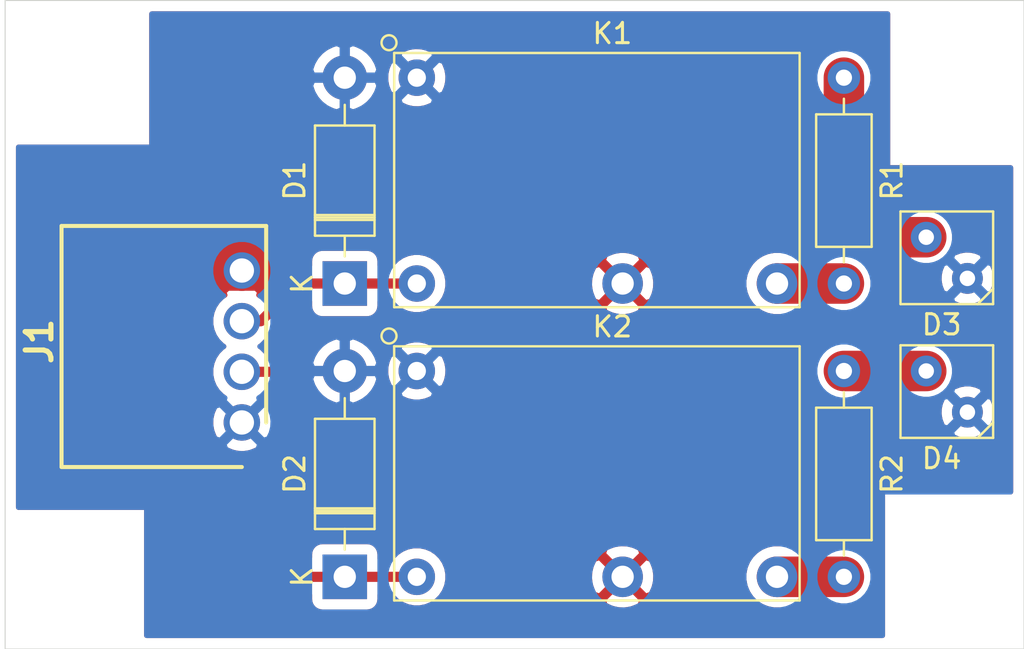
<source format=kicad_pcb>
(kicad_pcb (version 20171130) (host pcbnew "(5.1.5)-3")

  (general
    (thickness 1.6)
    (drawings 4)
    (tracks 19)
    (zones 0)
    (modules 13)
    (nets 9)
  )

  (page A4)
  (layers
    (0 F.Cu signal)
    (31 B.Cu signal)
    (32 B.Adhes user)
    (33 F.Adhes user)
    (34 B.Paste user)
    (35 F.Paste user)
    (36 B.SilkS user)
    (37 F.SilkS user)
    (38 B.Mask user)
    (39 F.Mask user)
    (40 Dwgs.User user)
    (41 Cmts.User user)
    (42 Eco1.User user)
    (43 Eco2.User user)
    (44 Edge.Cuts user)
    (45 Margin user)
    (46 B.CrtYd user)
    (47 F.CrtYd user)
    (48 B.Fab user)
    (49 F.Fab user)
  )

  (setup
    (last_trace_width 2)
    (user_trace_width 0.5)
    (user_trace_width 1)
    (user_trace_width 2)
    (trace_clearance 0.2)
    (zone_clearance 0.508)
    (zone_45_only no)
    (trace_min 0.2)
    (via_size 0.8)
    (via_drill 0.4)
    (via_min_size 0.4)
    (via_min_drill 0.3)
    (uvia_size 0.3)
    (uvia_drill 0.1)
    (uvias_allowed no)
    (uvia_min_size 0.2)
    (uvia_min_drill 0.1)
    (edge_width 0.05)
    (segment_width 0.2)
    (pcb_text_width 0.3)
    (pcb_text_size 1.5 1.5)
    (mod_edge_width 0.12)
    (mod_text_size 1 1)
    (mod_text_width 0.15)
    (pad_size 1.524 1.524)
    (pad_drill 0.762)
    (pad_to_mask_clearance 0.051)
    (solder_mask_min_width 0.25)
    (aux_axis_origin 0 0)
    (visible_elements FFFFFF7F)
    (pcbplotparams
      (layerselection 0x010fc_ffffffff)
      (usegerberextensions false)
      (usegerberattributes false)
      (usegerberadvancedattributes false)
      (creategerberjobfile false)
      (excludeedgelayer true)
      (linewidth 0.100000)
      (plotframeref false)
      (viasonmask false)
      (mode 1)
      (useauxorigin false)
      (hpglpennumber 1)
      (hpglpenspeed 20)
      (hpglpendiameter 15.000000)
      (psnegative false)
      (psa4output false)
      (plotreference true)
      (plotvalue true)
      (plotinvisibletext false)
      (padsonsilk false)
      (subtractmaskfromsilk false)
      (outputformat 1)
      (mirror false)
      (drillshape 1)
      (scaleselection 1)
      (outputdirectory ""))
  )

  (net 0 "")
  (net 1 GND)
  (net 2 SignalL)
  (net 3 SignalHead)
  (net 4 "Net-(D3-Pad2)")
  (net 5 "Net-(D4-Pad2)")
  (net 6 +12V)
  (net 7 "Net-(K1-Pad4)")
  (net 8 "Net-(K2-Pad4)")

  (net_class Default "This is the default net class."
    (clearance 0.2)
    (trace_width 0.25)
    (via_dia 0.8)
    (via_drill 0.4)
    (uvia_dia 0.3)
    (uvia_drill 0.1)
    (add_net +12V)
    (add_net GND)
    (add_net "Net-(D3-Pad2)")
    (add_net "Net-(D4-Pad2)")
    (add_net "Net-(K1-Pad4)")
    (add_net "Net-(K2-Pad4)")
    (add_net SignalHead)
    (add_net SignalL)
  )

  (module duem-footprints:MountingHole_2.7mm (layer F.Cu) (tedit 5F18B27D) (tstamp 6058BAF8)
    (at 61.214 17.526)
    (descr "Mounting Hole 2.7mm, no annular")
    (tags "mounting hole 2.7mm no annular")
    (path /60579E12)
    (fp_text reference H1 (at 0 -3.7) (layer F.SilkS) hide
      (effects (font (size 1 1) (thickness 0.15)))
    )
    (fp_text value MountingHole (at 0 3.7) (layer F.Fab) hide
      (effects (font (size 1 1) (thickness 0.15)))
    )
    (fp_circle (center 0 0) (end 2.95 0) (layer F.CrtYd) (width 0.05))
    (fp_circle (center 0 0) (end 2.7 0) (layer Cmts.User) (width 0.15))
    (pad 1 np_thru_hole circle (at 0 0) (size 2.7 2.7) (drill 2.7) (layers *.Cu *.Mask))
  )

  (module duem-footprints:Phoenix_4Way_P2.5mm (layer F.Cu) (tedit 5F0C8D26) (tstamp 6058B7E0)
    (at 26.162 33.782 90)
    (descr "2.5mm Pitch 4 Way 1 Row Right Angle PCB Header")
    (tags "Connector Phoenix DUEM")
    (path /6055BF03)
    (fp_text reference J1 (at 4 -10 90) (layer F.SilkS)
      (effects (font (size 1.27 1.27) (thickness 0.254)))
    )
    (fp_text value "Front DS" (at 4 3 90) (layer F.SilkS) hide
      (effects (font (size 1.27 1.27) (thickness 0.254)))
    )
    (fp_text user %R (at 4 -4.5 90) (layer F.Fab)
      (effects (font (size 1.27 1.27) (thickness 0.254)))
    )
    (fp_line (start -2.45 1.45) (end -2.45 -9.15) (layer F.CrtYd) (width 0.05))
    (fp_line (start -2.45 -9.15) (end 9.95 -9.15) (layer F.CrtYd) (width 0.05))
    (fp_line (start 9.95 -9.15) (end 9.95 1.45) (layer F.CrtYd) (width 0.05))
    (fp_line (start 9.95 1.45) (end -2.45 1.45) (layer F.CrtYd) (width 0.05))
    (fp_line (start -2.2 1.2) (end -2.2 -8.9) (layer F.Fab) (width 0.1))
    (fp_line (start -2.2 -8.9) (end 9.7 -8.9) (layer F.Fab) (width 0.1))
    (fp_line (start 9.7 -8.9) (end 9.7 1.2) (layer F.Fab) (width 0.1))
    (fp_line (start 9.7 1.2) (end -2.2 1.2) (layer F.Fab) (width 0.1))
    (fp_line (start 0 1.2) (end 9.7 1.2) (layer F.SilkS) (width 0.2))
    (fp_line (start 9.7 1.2) (end 9.7 -8.9) (layer F.SilkS) (width 0.2))
    (fp_line (start 9.7 -8.9) (end -2.2 -8.9) (layer F.SilkS) (width 0.2))
    (fp_line (start -2.2 -8.9) (end -2.2 0) (layer F.SilkS) (width 0.2))
    (pad 1 thru_hole circle (at 0 0 90) (size 1.8 1.8) (drill 1.2) (layers *.Cu *.Mask)
      (net 1 GND))
    (pad 2 thru_hole circle (at 2.5 0 90) (size 1.8 1.8) (drill 1.2) (layers *.Cu *.Mask)
      (net 3 SignalHead))
    (pad 3 thru_hole circle (at 5 0 90) (size 1.8 1.8) (drill 1.2) (layers *.Cu *.Mask)
      (net 2 SignalL))
    (pad 4 thru_hole circle (at 7.5 0 90) (size 1.8 1.8) (drill 1.2) (layers *.Cu *.Mask)
      (net 6 +12V))
    (model E:\SamacSys_Parts.3dshapes\1881464.stp
      (at (xyz 0 0 0))
      (scale (xyz 1 1 1))
      (rotate (xyz 0 0 0))
    )
  )

  (module duem-footprints:DK_Relay (layer F.Cu) (tedit 5F1361A6) (tstamp 6058AF6B)
    (at 34.798 31.242)
    (path /605B6745)
    (fp_text reference K2 (at 9.652 -2.1844) (layer F.SilkS)
      (effects (font (size 1 1) (thickness 0.15)))
    )
    (fp_text value "DS Headlight" (at 9.0424 12.4968) (layer F.Fab)
      (effects (font (size 1 1) (thickness 0.15)))
    )
    (fp_line (start 18.89 -1.2) (end 18.89 11.3) (layer F.Fab) (width 0.12))
    (fp_line (start 18.89 11.3) (end -1.11 11.3) (layer F.Fab) (width 0.12))
    (fp_line (start -1.11 11.3) (end -1.11 -1.2) (layer F.Fab) (width 0.12))
    (fp_line (start -1.11 -1.2) (end 18.89 -1.2) (layer F.Fab) (width 0.12))
    (fp_line (start -1.1176 11.3284) (end -1.1176 -1.2192) (layer F.SilkS) (width 0.12))
    (fp_line (start -1.1176 -1.2192) (end 18.8976 -1.2192) (layer F.SilkS) (width 0.12))
    (fp_line (start 18.8976 -1.2192) (end 18.8976 11.3284) (layer F.SilkS) (width 0.12))
    (fp_line (start 18.8976 11.3284) (end -1.1176 11.3284) (layer F.SilkS) (width 0.12))
    (fp_circle (center -1.3716 -1.7272) (end -1.016 -1.8288) (layer F.SilkS) (width 0.12))
    (pad 6 thru_hole circle (at 0 0) (size 1.8 1.8) (drill 0.9) (layers *.Cu *.Mask)
      (net 1 GND))
    (pad 1 thru_hole circle (at 0 10.16) (size 1.8 1.8) (drill 0.9) (layers *.Cu *.Mask)
      (net 3 SignalHead))
    (pad 3 thru_hole circle (at 10.16 10.16) (size 2 2) (drill 1.1) (layers *.Cu *.Mask)
      (net 6 +12V))
    (pad 4 thru_hole circle (at 17.78 10.16) (size 2 2) (drill 1.1) (layers *.Cu *.Mask)
      (net 8 "Net-(K2-Pad4)"))
  )

  (module Resistor_THT:R_Axial_DIN0207_L6.3mm_D2.5mm_P10.16mm_Horizontal (layer F.Cu) (tedit 5AE5139B) (tstamp 6058AA85)
    (at 55.88 31.242 270)
    (descr "Resistor, Axial_DIN0207 series, Axial, Horizontal, pin pitch=10.16mm, 0.25W = 1/4W, length*diameter=6.3*2.5mm^2, http://cdn-reichelt.de/documents/datenblatt/B400/1_4W%23YAG.pdf")
    (tags "Resistor Axial_DIN0207 series Axial Horizontal pin pitch 10.16mm 0.25W = 1/4W length 6.3mm diameter 2.5mm")
    (path /605B675A)
    (fp_text reference R2 (at 5.08 -2.37 90) (layer F.SilkS)
      (effects (font (size 1 1) (thickness 0.15)))
    )
    (fp_text value 1k (at 5.08 2.37 90) (layer F.Fab)
      (effects (font (size 1 1) (thickness 0.15)))
    )
    (fp_text user %R (at 5.08 0 90) (layer F.Fab)
      (effects (font (size 1 1) (thickness 0.15)))
    )
    (fp_line (start 11.21 -1.5) (end -1.05 -1.5) (layer F.CrtYd) (width 0.05))
    (fp_line (start 11.21 1.5) (end 11.21 -1.5) (layer F.CrtYd) (width 0.05))
    (fp_line (start -1.05 1.5) (end 11.21 1.5) (layer F.CrtYd) (width 0.05))
    (fp_line (start -1.05 -1.5) (end -1.05 1.5) (layer F.CrtYd) (width 0.05))
    (fp_line (start 9.12 0) (end 8.35 0) (layer F.SilkS) (width 0.12))
    (fp_line (start 1.04 0) (end 1.81 0) (layer F.SilkS) (width 0.12))
    (fp_line (start 8.35 -1.37) (end 1.81 -1.37) (layer F.SilkS) (width 0.12))
    (fp_line (start 8.35 1.37) (end 8.35 -1.37) (layer F.SilkS) (width 0.12))
    (fp_line (start 1.81 1.37) (end 8.35 1.37) (layer F.SilkS) (width 0.12))
    (fp_line (start 1.81 -1.37) (end 1.81 1.37) (layer F.SilkS) (width 0.12))
    (fp_line (start 10.16 0) (end 8.23 0) (layer F.Fab) (width 0.1))
    (fp_line (start 0 0) (end 1.93 0) (layer F.Fab) (width 0.1))
    (fp_line (start 8.23 -1.25) (end 1.93 -1.25) (layer F.Fab) (width 0.1))
    (fp_line (start 8.23 1.25) (end 8.23 -1.25) (layer F.Fab) (width 0.1))
    (fp_line (start 1.93 1.25) (end 8.23 1.25) (layer F.Fab) (width 0.1))
    (fp_line (start 1.93 -1.25) (end 1.93 1.25) (layer F.Fab) (width 0.1))
    (pad 2 thru_hole oval (at 10.16 0 270) (size 1.6 1.6) (drill 0.8) (layers *.Cu *.Mask)
      (net 8 "Net-(K2-Pad4)"))
    (pad 1 thru_hole circle (at 0 0 270) (size 1.6 1.6) (drill 0.8) (layers *.Cu *.Mask)
      (net 5 "Net-(D4-Pad2)"))
    (model ${KISYS3DMOD}/Resistor_THT.3dshapes/R_Axial_DIN0207_L6.3mm_D2.5mm_P10.16mm_Horizontal.wrl
      (at (xyz 0 0 0))
      (scale (xyz 1 1 1))
      (rotate (xyz 0 0 0))
    )
  )

  (module Resistor_THT:R_Axial_DIN0207_L6.3mm_D2.5mm_P10.16mm_Horizontal (layer F.Cu) (tedit 5AE5139B) (tstamp 6058AA6E)
    (at 55.88 16.764 270)
    (descr "Resistor, Axial_DIN0207 series, Axial, Horizontal, pin pitch=10.16mm, 0.25W = 1/4W, length*diameter=6.3*2.5mm^2, http://cdn-reichelt.de/documents/datenblatt/B400/1_4W%23YAG.pdf")
    (tags "Resistor Axial_DIN0207 series Axial Horizontal pin pitch 10.16mm 0.25W = 1/4W length 6.3mm diameter 2.5mm")
    (path /6058E323)
    (fp_text reference R1 (at 5.08 -2.37 90) (layer F.SilkS)
      (effects (font (size 1 1) (thickness 0.15)))
    )
    (fp_text value 1k (at 5.08 2.37 90) (layer F.Fab)
      (effects (font (size 1 1) (thickness 0.15)))
    )
    (fp_text user %R (at 5.08 0 90) (layer F.Fab)
      (effects (font (size 1 1) (thickness 0.15)))
    )
    (fp_line (start 11.21 -1.5) (end -1.05 -1.5) (layer F.CrtYd) (width 0.05))
    (fp_line (start 11.21 1.5) (end 11.21 -1.5) (layer F.CrtYd) (width 0.05))
    (fp_line (start -1.05 1.5) (end 11.21 1.5) (layer F.CrtYd) (width 0.05))
    (fp_line (start -1.05 -1.5) (end -1.05 1.5) (layer F.CrtYd) (width 0.05))
    (fp_line (start 9.12 0) (end 8.35 0) (layer F.SilkS) (width 0.12))
    (fp_line (start 1.04 0) (end 1.81 0) (layer F.SilkS) (width 0.12))
    (fp_line (start 8.35 -1.37) (end 1.81 -1.37) (layer F.SilkS) (width 0.12))
    (fp_line (start 8.35 1.37) (end 8.35 -1.37) (layer F.SilkS) (width 0.12))
    (fp_line (start 1.81 1.37) (end 8.35 1.37) (layer F.SilkS) (width 0.12))
    (fp_line (start 1.81 -1.37) (end 1.81 1.37) (layer F.SilkS) (width 0.12))
    (fp_line (start 10.16 0) (end 8.23 0) (layer F.Fab) (width 0.1))
    (fp_line (start 0 0) (end 1.93 0) (layer F.Fab) (width 0.1))
    (fp_line (start 8.23 -1.25) (end 1.93 -1.25) (layer F.Fab) (width 0.1))
    (fp_line (start 8.23 1.25) (end 8.23 -1.25) (layer F.Fab) (width 0.1))
    (fp_line (start 1.93 1.25) (end 8.23 1.25) (layer F.Fab) (width 0.1))
    (fp_line (start 1.93 -1.25) (end 1.93 1.25) (layer F.Fab) (width 0.1))
    (pad 2 thru_hole oval (at 10.16 0 270) (size 1.6 1.6) (drill 0.8) (layers *.Cu *.Mask)
      (net 7 "Net-(K1-Pad4)"))
    (pad 1 thru_hole circle (at 0 0 270) (size 1.6 1.6) (drill 0.8) (layers *.Cu *.Mask)
      (net 4 "Net-(D3-Pad2)"))
    (model ${KISYS3DMOD}/Resistor_THT.3dshapes/R_Axial_DIN0207_L6.3mm_D2.5mm_P10.16mm_Horizontal.wrl
      (at (xyz 0 0 0))
      (scale (xyz 1 1 1))
      (rotate (xyz 0 0 0))
    )
  )

  (module duem-footprints:DK_Relay (layer F.Cu) (tedit 5F1361A6) (tstamp 6058AA57)
    (at 34.798 16.764)
    (path /60553511)
    (fp_text reference K1 (at 9.652 -2.1844) (layer F.SilkS)
      (effects (font (size 1 1) (thickness 0.15)))
    )
    (fp_text value "DS Indicator" (at 9.0424 12.4968) (layer F.Fab)
      (effects (font (size 1 1) (thickness 0.15)))
    )
    (fp_line (start 18.89 -1.2) (end 18.89 11.3) (layer F.Fab) (width 0.12))
    (fp_line (start 18.89 11.3) (end -1.11 11.3) (layer F.Fab) (width 0.12))
    (fp_line (start -1.11 11.3) (end -1.11 -1.2) (layer F.Fab) (width 0.12))
    (fp_line (start -1.11 -1.2) (end 18.89 -1.2) (layer F.Fab) (width 0.12))
    (fp_line (start -1.1176 11.3284) (end -1.1176 -1.2192) (layer F.SilkS) (width 0.12))
    (fp_line (start -1.1176 -1.2192) (end 18.8976 -1.2192) (layer F.SilkS) (width 0.12))
    (fp_line (start 18.8976 -1.2192) (end 18.8976 11.3284) (layer F.SilkS) (width 0.12))
    (fp_line (start 18.8976 11.3284) (end -1.1176 11.3284) (layer F.SilkS) (width 0.12))
    (fp_circle (center -1.3716 -1.7272) (end -1.016 -1.8288) (layer F.SilkS) (width 0.12))
    (pad 6 thru_hole circle (at 0 0) (size 1.8 1.8) (drill 0.9) (layers *.Cu *.Mask)
      (net 1 GND))
    (pad 1 thru_hole circle (at 0 10.16) (size 1.8 1.8) (drill 0.9) (layers *.Cu *.Mask)
      (net 2 SignalL))
    (pad 3 thru_hole circle (at 10.16 10.16) (size 2 2) (drill 1.1) (layers *.Cu *.Mask)
      (net 6 +12V))
    (pad 4 thru_hole circle (at 17.78 10.16) (size 2 2) (drill 1.1) (layers *.Cu *.Mask)
      (net 7 "Net-(K1-Pad4)"))
  )

  (module duem-footprints:MountingHole_2.7mm (layer F.Cu) (tedit 5F18B27D) (tstamp 6058AA39)
    (at 18.034 41.148)
    (descr "Mounting Hole 2.7mm, no annular")
    (tags "mounting hole 2.7mm no annular")
    (path /6059B402)
    (fp_text reference H4 (at 0 -3.7) (layer F.SilkS) hide
      (effects (font (size 1 1) (thickness 0.15)))
    )
    (fp_text value MountingHole (at 0 3.7) (layer F.Fab) hide
      (effects (font (size 1 1) (thickness 0.15)))
    )
    (fp_circle (center 0 0) (end 2.95 0) (layer F.CrtYd) (width 0.05))
    (fp_circle (center 0 0) (end 2.7 0) (layer Cmts.User) (width 0.15))
    (pad 1 np_thru_hole circle (at 0 0) (size 2.7 2.7) (drill 2.7) (layers *.Cu *.Mask))
  )

  (module duem-footprints:MountingHole_2.7mm (layer F.Cu) (tedit 5F18B27D) (tstamp 6058AA32)
    (at 18.288 16.51)
    (descr "Mounting Hole 2.7mm, no annular")
    (tags "mounting hole 2.7mm no annular")
    (path /6059B2E7)
    (fp_text reference H3 (at 0 -3.7) (layer F.SilkS) hide
      (effects (font (size 1 1) (thickness 0.15)))
    )
    (fp_text value MountingHole (at 0 3.7) (layer F.Fab) hide
      (effects (font (size 1 1) (thickness 0.15)))
    )
    (fp_circle (center 0 0) (end 2.95 0) (layer F.CrtYd) (width 0.05))
    (fp_circle (center 0 0) (end 2.7 0) (layer Cmts.User) (width 0.15))
    (pad 1 np_thru_hole circle (at 0 0) (size 2.7 2.7) (drill 2.7) (layers *.Cu *.Mask))
  )

  (module duem-footprints:MountingHole_2.7mm (layer F.Cu) (tedit 5F18B27D) (tstamp 6058B9E6)
    (at 61.214 40.64)
    (descr "Mounting Hole 2.7mm, no annular")
    (tags "mounting hole 2.7mm no annular")
    (path /6059B17B)
    (fp_text reference H2 (at 0 -3.7) (layer F.SilkS) hide
      (effects (font (size 1 1) (thickness 0.15)))
    )
    (fp_text value MountingHole (at 0 3.7) (layer F.Fab) hide
      (effects (font (size 1 1) (thickness 0.15)))
    )
    (fp_circle (center 0 0) (end 2.95 0) (layer F.CrtYd) (width 0.05))
    (fp_circle (center 0 0) (end 2.7 0) (layer Cmts.User) (width 0.15))
    (pad 1 np_thru_hole circle (at 0 0) (size 2.7 2.7) (drill 2.7) (layers *.Cu *.Mask))
  )

  (module duem-footprints:flywire_2 (layer F.Cu) (tedit 5F0C8F72) (tstamp 6058AA1D)
    (at 60.96 31.242 180)
    (path /605B6760)
    (fp_text reference D4 (at 0.254 -4.318) (layer F.SilkS)
      (effects (font (size 1 1) (thickness 0.15)))
    )
    (fp_text value LED (at 0 2.54) (layer F.Fab)
      (effects (font (size 1 1) (thickness 0.15)))
    )
    (fp_line (start -2.286 -2.54) (end -1.524 -3.302) (layer F.SilkS) (width 0.12))
    (fp_line (start 2.286 -3.302) (end -2.286 -3.302) (layer F.SilkS) (width 0.12))
    (fp_line (start 2.286 1.27) (end 2.286 -3.302) (layer F.SilkS) (width 0.12))
    (fp_line (start -2.286 1.27) (end 2.286 1.27) (layer F.SilkS) (width 0.12))
    (fp_line (start -2.286 -3.302) (end -2.286 1.27) (layer F.SilkS) (width 0.12))
    (pad 2 thru_hole circle (at 1.016 0 180) (size 1.524 1.524) (drill 0.762) (layers *.Cu *.Mask)
      (net 5 "Net-(D4-Pad2)"))
    (pad 1 thru_hole circle (at -1.016 -2.032 180) (size 1.524 1.524) (drill 0.762) (layers *.Cu *.Mask)
      (net 1 GND))
  )

  (module duem-footprints:flywire_2 (layer F.Cu) (tedit 5F0C8F72) (tstamp 6058AA12)
    (at 60.96 24.638 180)
    (path /6058EDD7)
    (fp_text reference D3 (at 0.254 -4.318) (layer F.SilkS)
      (effects (font (size 1 1) (thickness 0.15)))
    )
    (fp_text value LED (at 0 2.54) (layer F.Fab)
      (effects (font (size 1 1) (thickness 0.15)))
    )
    (fp_line (start -2.286 -2.54) (end -1.524 -3.302) (layer F.SilkS) (width 0.12))
    (fp_line (start 2.286 -3.302) (end -2.286 -3.302) (layer F.SilkS) (width 0.12))
    (fp_line (start 2.286 1.27) (end 2.286 -3.302) (layer F.SilkS) (width 0.12))
    (fp_line (start -2.286 1.27) (end 2.286 1.27) (layer F.SilkS) (width 0.12))
    (fp_line (start -2.286 -3.302) (end -2.286 1.27) (layer F.SilkS) (width 0.12))
    (pad 2 thru_hole circle (at 1.016 0 180) (size 1.524 1.524) (drill 0.762) (layers *.Cu *.Mask)
      (net 4 "Net-(D3-Pad2)"))
    (pad 1 thru_hole circle (at -1.016 -2.032 180) (size 1.524 1.524) (drill 0.762) (layers *.Cu *.Mask)
      (net 1 GND))
  )

  (module Diode_THT:D_DO-41_SOD81_P10.16mm_Horizontal (layer F.Cu) (tedit 5AE50CD5) (tstamp 6058AA07)
    (at 31.242 41.402 90)
    (descr "Diode, DO-41_SOD81 series, Axial, Horizontal, pin pitch=10.16mm, , length*diameter=5.2*2.7mm^2, , http://www.diodes.com/_files/packages/DO-41%20(Plastic).pdf")
    (tags "Diode DO-41_SOD81 series Axial Horizontal pin pitch 10.16mm  length 5.2mm diameter 2.7mm")
    (path /606B3E83)
    (fp_text reference D2 (at 5.08 -2.47 90) (layer F.SilkS)
      (effects (font (size 1 1) (thickness 0.15)))
    )
    (fp_text value D (at 5.08 2.47 90) (layer F.Fab)
      (effects (font (size 1 1) (thickness 0.15)))
    )
    (fp_text user K (at 0 -2.1 90) (layer F.SilkS)
      (effects (font (size 1 1) (thickness 0.15)))
    )
    (fp_text user K (at 0 -2.1 90) (layer F.Fab)
      (effects (font (size 1 1) (thickness 0.15)))
    )
    (fp_text user %R (at 5.47 0 90) (layer F.Fab)
      (effects (font (size 1 1) (thickness 0.15)))
    )
    (fp_line (start 11.51 -1.6) (end -1.35 -1.6) (layer F.CrtYd) (width 0.05))
    (fp_line (start 11.51 1.6) (end 11.51 -1.6) (layer F.CrtYd) (width 0.05))
    (fp_line (start -1.35 1.6) (end 11.51 1.6) (layer F.CrtYd) (width 0.05))
    (fp_line (start -1.35 -1.6) (end -1.35 1.6) (layer F.CrtYd) (width 0.05))
    (fp_line (start 3.14 -1.47) (end 3.14 1.47) (layer F.SilkS) (width 0.12))
    (fp_line (start 3.38 -1.47) (end 3.38 1.47) (layer F.SilkS) (width 0.12))
    (fp_line (start 3.26 -1.47) (end 3.26 1.47) (layer F.SilkS) (width 0.12))
    (fp_line (start 8.82 0) (end 7.8 0) (layer F.SilkS) (width 0.12))
    (fp_line (start 1.34 0) (end 2.36 0) (layer F.SilkS) (width 0.12))
    (fp_line (start 7.8 -1.47) (end 2.36 -1.47) (layer F.SilkS) (width 0.12))
    (fp_line (start 7.8 1.47) (end 7.8 -1.47) (layer F.SilkS) (width 0.12))
    (fp_line (start 2.36 1.47) (end 7.8 1.47) (layer F.SilkS) (width 0.12))
    (fp_line (start 2.36 -1.47) (end 2.36 1.47) (layer F.SilkS) (width 0.12))
    (fp_line (start 3.16 -1.35) (end 3.16 1.35) (layer F.Fab) (width 0.1))
    (fp_line (start 3.36 -1.35) (end 3.36 1.35) (layer F.Fab) (width 0.1))
    (fp_line (start 3.26 -1.35) (end 3.26 1.35) (layer F.Fab) (width 0.1))
    (fp_line (start 10.16 0) (end 7.68 0) (layer F.Fab) (width 0.1))
    (fp_line (start 0 0) (end 2.48 0) (layer F.Fab) (width 0.1))
    (fp_line (start 7.68 -1.35) (end 2.48 -1.35) (layer F.Fab) (width 0.1))
    (fp_line (start 7.68 1.35) (end 7.68 -1.35) (layer F.Fab) (width 0.1))
    (fp_line (start 2.48 1.35) (end 7.68 1.35) (layer F.Fab) (width 0.1))
    (fp_line (start 2.48 -1.35) (end 2.48 1.35) (layer F.Fab) (width 0.1))
    (pad 2 thru_hole oval (at 10.16 0 90) (size 2.2 2.2) (drill 1.1) (layers *.Cu *.Mask)
      (net 1 GND))
    (pad 1 thru_hole rect (at 0 0 90) (size 2.2 2.2) (drill 1.1) (layers *.Cu *.Mask)
      (net 3 SignalHead))
    (model ${KISYS3DMOD}/Diode_THT.3dshapes/D_DO-41_SOD81_P10.16mm_Horizontal.wrl
      (at (xyz 0 0 0))
      (scale (xyz 1 1 1))
      (rotate (xyz 0 0 0))
    )
  )

  (module Diode_THT:D_DO-41_SOD81_P10.16mm_Horizontal (layer F.Cu) (tedit 5AE50CD5) (tstamp 6058A9E8)
    (at 31.242 26.924 90)
    (descr "Diode, DO-41_SOD81 series, Axial, Horizontal, pin pitch=10.16mm, , length*diameter=5.2*2.7mm^2, , http://www.diodes.com/_files/packages/DO-41%20(Plastic).pdf")
    (tags "Diode DO-41_SOD81 series Axial Horizontal pin pitch 10.16mm  length 5.2mm diameter 2.7mm")
    (path /6063C25C)
    (fp_text reference D1 (at 5.08 -2.47 90) (layer F.SilkS)
      (effects (font (size 1 1) (thickness 0.15)))
    )
    (fp_text value D (at 5.08 2.47 90) (layer F.Fab)
      (effects (font (size 1 1) (thickness 0.15)))
    )
    (fp_text user K (at 0 -2.1 90) (layer F.SilkS)
      (effects (font (size 1 1) (thickness 0.15)))
    )
    (fp_text user K (at 0 -2.1 90) (layer F.Fab)
      (effects (font (size 1 1) (thickness 0.15)))
    )
    (fp_text user %R (at 5.47 0 90) (layer F.Fab)
      (effects (font (size 1 1) (thickness 0.15)))
    )
    (fp_line (start 11.51 -1.6) (end -1.35 -1.6) (layer F.CrtYd) (width 0.05))
    (fp_line (start 11.51 1.6) (end 11.51 -1.6) (layer F.CrtYd) (width 0.05))
    (fp_line (start -1.35 1.6) (end 11.51 1.6) (layer F.CrtYd) (width 0.05))
    (fp_line (start -1.35 -1.6) (end -1.35 1.6) (layer F.CrtYd) (width 0.05))
    (fp_line (start 3.14 -1.47) (end 3.14 1.47) (layer F.SilkS) (width 0.12))
    (fp_line (start 3.38 -1.47) (end 3.38 1.47) (layer F.SilkS) (width 0.12))
    (fp_line (start 3.26 -1.47) (end 3.26 1.47) (layer F.SilkS) (width 0.12))
    (fp_line (start 8.82 0) (end 7.8 0) (layer F.SilkS) (width 0.12))
    (fp_line (start 1.34 0) (end 2.36 0) (layer F.SilkS) (width 0.12))
    (fp_line (start 7.8 -1.47) (end 2.36 -1.47) (layer F.SilkS) (width 0.12))
    (fp_line (start 7.8 1.47) (end 7.8 -1.47) (layer F.SilkS) (width 0.12))
    (fp_line (start 2.36 1.47) (end 7.8 1.47) (layer F.SilkS) (width 0.12))
    (fp_line (start 2.36 -1.47) (end 2.36 1.47) (layer F.SilkS) (width 0.12))
    (fp_line (start 3.16 -1.35) (end 3.16 1.35) (layer F.Fab) (width 0.1))
    (fp_line (start 3.36 -1.35) (end 3.36 1.35) (layer F.Fab) (width 0.1))
    (fp_line (start 3.26 -1.35) (end 3.26 1.35) (layer F.Fab) (width 0.1))
    (fp_line (start 10.16 0) (end 7.68 0) (layer F.Fab) (width 0.1))
    (fp_line (start 0 0) (end 2.48 0) (layer F.Fab) (width 0.1))
    (fp_line (start 7.68 -1.35) (end 2.48 -1.35) (layer F.Fab) (width 0.1))
    (fp_line (start 7.68 1.35) (end 7.68 -1.35) (layer F.Fab) (width 0.1))
    (fp_line (start 2.48 1.35) (end 7.68 1.35) (layer F.Fab) (width 0.1))
    (fp_line (start 2.48 -1.35) (end 2.48 1.35) (layer F.Fab) (width 0.1))
    (pad 2 thru_hole oval (at 10.16 0 90) (size 2.2 2.2) (drill 1.1) (layers *.Cu *.Mask)
      (net 1 GND))
    (pad 1 thru_hole rect (at 0 0 90) (size 2.2 2.2) (drill 1.1) (layers *.Cu *.Mask)
      (net 2 SignalL))
    (model ${KISYS3DMOD}/Diode_THT.3dshapes/D_DO-41_SOD81_P10.16mm_Horizontal.wrl
      (at (xyz 0 0 0))
      (scale (xyz 1 1 1))
      (rotate (xyz 0 0 0))
    )
  )

  (gr_line (start 14.478 44.958) (end 14.478 12.954) (layer Edge.Cuts) (width 0.05) (tstamp 6058BAE4))
  (gr_line (start 64.77 44.958) (end 14.478 44.958) (layer Edge.Cuts) (width 0.05))
  (gr_line (start 64.77 12.954) (end 64.77 44.958) (layer Edge.Cuts) (width 0.05))
  (gr_line (start 14.478 12.954) (end 64.77 12.954) (layer Edge.Cuts) (width 0.05))

  (segment (start 31.242 26.924) (end 34.798 26.924) (width 0.5) (layer F.Cu) (net 2))
  (segment (start 26.162 28.782) (end 27.098 28.782) (width 0.5) (layer F.Cu) (net 2))
  (segment (start 27.098 28.782) (end 28.956 26.924) (width 0.5) (layer F.Cu) (net 2))
  (segment (start 28.956 26.924) (end 31.242 26.924) (width 0.5) (layer F.Cu) (net 2))
  (segment (start 28.194 40.386) (end 29.21 41.402) (width 0.5) (layer F.Cu) (net 3))
  (segment (start 29.21 41.402) (end 31.242 41.402) (width 0.5) (layer F.Cu) (net 3))
  (segment (start 31.242 41.402) (end 34.798 41.402) (width 0.5) (layer F.Cu) (net 3))
  (segment (start 26.162 31.282) (end 27.726 31.282) (width 0.5) (layer F.Cu) (net 3))
  (segment (start 28.194 31.75) (end 28.194 40.386) (width 0.5) (layer F.Cu) (net 3))
  (segment (start 27.726 31.282) (end 28.194 31.75) (width 0.5) (layer F.Cu) (net 3))
  (segment (start 55.88 16.764) (end 55.88 22.606) (width 2) (layer F.Cu) (net 4))
  (segment (start 57.912 24.638) (end 59.944 24.638) (width 2) (layer F.Cu) (net 4))
  (segment (start 55.88 22.606) (end 57.912 24.638) (width 2) (layer F.Cu) (net 4))
  (segment (start 55.88 31.242) (end 59.944 31.242) (width 2) (layer F.Cu) (net 5))
  (segment (start 24.518 26.282) (end 26.162 26.282) (width 2) (layer F.Cu) (net 6))
  (segment (start 26.162 25.009208) (end 26.162 26.282) (width 2) (layer F.Cu) (net 6))
  (segment (start 27.058 26.282) (end 26.162 26.282) (width 2) (layer F.Cu) (net 6))
  (segment (start 52.578 26.924) (end 55.88 26.924) (width 2) (layer F.Cu) (net 7))
  (segment (start 52.578 41.402) (end 55.88 41.402) (width 2) (layer F.Cu) (net 8))

  (zone (net 0) (net_name "") (layers F&B.Cu) (tstamp 0) (hatch edge 0.508)
    (connect_pads (clearance 0.508))
    (min_thickness 0.254)
    (keepout (tracks not_allowed) (vias not_allowed) (copperpour not_allowed))
    (fill (arc_segments 32) (thermal_gap 0.508) (thermal_bridge_width 0.508))
    (polygon
      (pts
        (xy 21.59 20.066) (xy 14.478 20.066) (xy 14.478 12.954) (xy 21.59 12.954)
      )
    )
  )
  (zone (net 0) (net_name "") (layers F&B.Cu) (tstamp 0) (hatch edge 0.508)
    (connect_pads (clearance 0.508))
    (min_thickness 0.254)
    (keepout (tracks not_allowed) (vias not_allowed) (copperpour not_allowed))
    (fill (arc_segments 32) (thermal_gap 0.508) (thermal_bridge_width 0.508))
    (polygon
      (pts
        (xy 64.77 21.082) (xy 58.166 21.082) (xy 58.166 12.954) (xy 64.77 12.954)
      )
    )
  )
  (zone (net 0) (net_name "") (layers F&B.Cu) (tstamp 0) (hatch edge 0.508)
    (connect_pads (clearance 0.508))
    (min_thickness 0.254)
    (keepout (tracks not_allowed) (vias not_allowed) (copperpour not_allowed))
    (fill (arc_segments 32) (thermal_gap 0.508) (thermal_bridge_width 0.508))
    (polygon
      (pts
        (xy 21.336 44.958) (xy 14.224 44.958) (xy 14.224 38.1) (xy 21.336 38.1)
      )
    )
  )
  (zone (net 0) (net_name "") (layers F&B.Cu) (tstamp 0) (hatch edge 0.508)
    (connect_pads (clearance 0.508))
    (min_thickness 0.254)
    (keepout (tracks not_allowed) (vias not_allowed) (copperpour not_allowed))
    (fill (arc_segments 32) (thermal_gap 0.508) (thermal_bridge_width 0.508))
    (polygon
      (pts
        (xy 64.77 44.958) (xy 57.912 44.958) (xy 57.912 37.338) (xy 64.77 37.338)
      )
    )
  )
  (zone (net 6) (net_name +12V) (layer F.Cu) (tstamp 0) (hatch edge 0.508)
    (connect_pads (clearance 0.508))
    (min_thickness 0.254)
    (fill yes (arc_segments 32) (thermal_gap 0.508) (thermal_bridge_width 0.508))
    (polygon
      (pts
        (xy 64.77 44.958) (xy 14.478 44.958) (xy 14.478 12.954) (xy 64.77 12.954)
      )
    )
    (filled_polygon
      (pts
        (xy 58.039 21.082) (xy 58.04144 21.106776) (xy 58.048667 21.130601) (xy 58.060403 21.152557) (xy 58.076197 21.171803)
        (xy 58.095443 21.187597) (xy 58.117399 21.199333) (xy 58.141224 21.20656) (xy 58.166 21.209) (xy 64.11 21.209)
        (xy 64.110001 37.211) (xy 57.912 37.211) (xy 57.887224 37.21344) (xy 57.863399 37.220667) (xy 57.841443 37.232403)
        (xy 57.822197 37.248197) (xy 57.806403 37.267443) (xy 57.794667 37.289399) (xy 57.78744 37.313224) (xy 57.785 37.338)
        (xy 57.785 44.298) (xy 21.463 44.298) (xy 21.463 38.1) (xy 21.46056 38.075224) (xy 21.453333 38.051399)
        (xy 21.441597 38.029443) (xy 21.425803 38.010197) (xy 21.406557 37.994403) (xy 21.384601 37.982667) (xy 21.360776 37.97544)
        (xy 21.336 37.973) (xy 15.138 37.973) (xy 15.138 28.630816) (xy 24.627 28.630816) (xy 24.627 28.933184)
        (xy 24.685989 29.229743) (xy 24.801701 29.509095) (xy 24.969688 29.760505) (xy 25.183495 29.974312) (xy 25.269831 30.032)
        (xy 25.183495 30.089688) (xy 24.969688 30.303495) (xy 24.801701 30.554905) (xy 24.685989 30.834257) (xy 24.627 31.130816)
        (xy 24.627 31.433184) (xy 24.685989 31.729743) (xy 24.801701 32.009095) (xy 24.969688 32.260505) (xy 25.183495 32.474312)
        (xy 25.269831 32.532) (xy 25.183495 32.589688) (xy 24.969688 32.803495) (xy 24.801701 33.054905) (xy 24.685989 33.334257)
        (xy 24.627 33.630816) (xy 24.627 33.933184) (xy 24.685989 34.229743) (xy 24.801701 34.509095) (xy 24.969688 34.760505)
        (xy 25.183495 34.974312) (xy 25.434905 35.142299) (xy 25.714257 35.258011) (xy 26.010816 35.317) (xy 26.313184 35.317)
        (xy 26.609743 35.258011) (xy 26.889095 35.142299) (xy 27.140505 34.974312) (xy 27.309 34.805817) (xy 27.309001 40.342521)
        (xy 27.304719 40.386) (xy 27.321805 40.55949) (xy 27.372412 40.726313) (xy 27.45459 40.880059) (xy 27.537468 40.981046)
        (xy 27.537471 40.981049) (xy 27.565184 41.014817) (xy 27.598951 41.042529) (xy 28.55347 41.997049) (xy 28.581183 42.030817)
        (xy 28.614951 42.05853) (xy 28.614953 42.058532) (xy 28.686452 42.11721) (xy 28.715941 42.141411) (xy 28.869687 42.223589)
        (xy 28.985903 42.258843) (xy 29.036509 42.274195) (xy 29.051306 42.275652) (xy 29.166523 42.287) (xy 29.166531 42.287)
        (xy 29.21 42.291281) (xy 29.253469 42.287) (xy 29.503928 42.287) (xy 29.503928 42.502) (xy 29.516188 42.626482)
        (xy 29.552498 42.74618) (xy 29.611463 42.856494) (xy 29.690815 42.953185) (xy 29.787506 43.032537) (xy 29.89782 43.091502)
        (xy 30.017518 43.127812) (xy 30.142 43.140072) (xy 32.342 43.140072) (xy 32.466482 43.127812) (xy 32.58618 43.091502)
        (xy 32.696494 43.032537) (xy 32.793185 42.953185) (xy 32.872537 42.856494) (xy 32.931502 42.74618) (xy 32.967812 42.626482)
        (xy 32.980072 42.502) (xy 32.980072 42.287) (xy 33.54321 42.287) (xy 33.605688 42.380505) (xy 33.819495 42.594312)
        (xy 34.070905 42.762299) (xy 34.350257 42.878011) (xy 34.646816 42.937) (xy 34.949184 42.937) (xy 35.245743 42.878011)
        (xy 35.525095 42.762299) (xy 35.776505 42.594312) (xy 35.833404 42.537413) (xy 44.002192 42.537413) (xy 44.097956 42.801814)
        (xy 44.387571 42.942704) (xy 44.699108 43.024384) (xy 45.020595 43.043718) (xy 45.339675 42.999961) (xy 45.644088 42.894795)
        (xy 45.818044 42.801814) (xy 45.913808 42.537413) (xy 44.958 41.581605) (xy 44.002192 42.537413) (xy 35.833404 42.537413)
        (xy 35.990312 42.380505) (xy 36.158299 42.129095) (xy 36.274011 41.849743) (xy 36.333 41.553184) (xy 36.333 41.464595)
        (xy 43.316282 41.464595) (xy 43.360039 41.783675) (xy 43.465205 42.088088) (xy 43.558186 42.262044) (xy 43.822587 42.357808)
        (xy 44.778395 41.402) (xy 45.137605 41.402) (xy 46.093413 42.357808) (xy 46.357814 42.262044) (xy 46.498704 41.972429)
        (xy 46.580384 41.660892) (xy 46.595953 41.402) (xy 50.935089 41.402) (xy 50.943 41.482322) (xy 50.943 41.563033)
        (xy 50.958746 41.642193) (xy 50.966657 41.722516) (xy 50.990086 41.799751) (xy 51.005832 41.878912) (xy 51.036719 41.953479)
        (xy 51.060148 42.030715) (xy 51.098196 42.101898) (xy 51.129082 42.176463) (xy 51.173921 42.243569) (xy 51.211969 42.314752)
        (xy 51.263174 42.377146) (xy 51.308013 42.444252) (xy 51.36508 42.501319) (xy 51.416286 42.563714) (xy 51.478681 42.61492)
        (xy 51.535748 42.671987) (xy 51.602854 42.716826) (xy 51.665248 42.768031) (xy 51.736431 42.806079) (xy 51.803537 42.850918)
        (xy 51.878102 42.881804) (xy 51.949285 42.919852) (xy 52.026521 42.943281) (xy 52.101088 42.974168) (xy 52.180249 42.989914)
        (xy 52.257484 43.013343) (xy 52.337807 43.021254) (xy 52.416967 43.037) (xy 55.960322 43.037) (xy 56.200516 43.013343)
        (xy 56.508715 42.919852) (xy 56.792752 42.768031) (xy 57.041714 42.563714) (xy 57.246031 42.314752) (xy 57.397852 42.030715)
        (xy 57.491343 41.722516) (xy 57.522911 41.402) (xy 57.491343 41.081484) (xy 57.397852 40.773285) (xy 57.246031 40.489248)
        (xy 57.041714 40.240286) (xy 56.792752 40.035969) (xy 56.508715 39.884148) (xy 56.200516 39.790657) (xy 55.960322 39.767)
        (xy 52.416967 39.767) (xy 52.337807 39.782746) (xy 52.257484 39.790657) (xy 52.180249 39.814086) (xy 52.101088 39.829832)
        (xy 52.026521 39.860719) (xy 51.949285 39.884148) (xy 51.878102 39.922196) (xy 51.803537 39.953082) (xy 51.736431 39.997921)
        (xy 51.665248 40.035969) (xy 51.602854 40.087174) (xy 51.535748 40.132013) (xy 51.478681 40.18908) (xy 51.416286 40.240286)
        (xy 51.36508 40.302681) (xy 51.308013 40.359748) (xy 51.263174 40.426854) (xy 51.211969 40.489248) (xy 51.173921 40.560431)
        (xy 51.129082 40.627537) (xy 51.098196 40.702102) (xy 51.060148 40.773285) (xy 51.036719 40.850521) (xy 51.005832 40.925088)
        (xy 50.990086 41.004249) (xy 50.966657 41.081484) (xy 50.958746 41.161807) (xy 50.943 41.240967) (xy 50.943 41.321678)
        (xy 50.935089 41.402) (xy 46.595953 41.402) (xy 46.599718 41.339405) (xy 46.555961 41.020325) (xy 46.450795 40.715912)
        (xy 46.357814 40.541956) (xy 46.093413 40.446192) (xy 45.137605 41.402) (xy 44.778395 41.402) (xy 43.822587 40.446192)
        (xy 43.558186 40.541956) (xy 43.417296 40.831571) (xy 43.335616 41.143108) (xy 43.316282 41.464595) (xy 36.333 41.464595)
        (xy 36.333 41.250816) (xy 36.274011 40.954257) (xy 36.158299 40.674905) (xy 35.990312 40.423495) (xy 35.833404 40.266587)
        (xy 44.002192 40.266587) (xy 44.958 41.222395) (xy 45.913808 40.266587) (xy 45.818044 40.002186) (xy 45.528429 39.861296)
        (xy 45.216892 39.779616) (xy 44.895405 39.760282) (xy 44.576325 39.804039) (xy 44.271912 39.909205) (xy 44.097956 40.002186)
        (xy 44.002192 40.266587) (xy 35.833404 40.266587) (xy 35.776505 40.209688) (xy 35.525095 40.041701) (xy 35.245743 39.925989)
        (xy 34.949184 39.867) (xy 34.646816 39.867) (xy 34.350257 39.925989) (xy 34.070905 40.041701) (xy 33.819495 40.209688)
        (xy 33.605688 40.423495) (xy 33.54321 40.517) (xy 32.980072 40.517) (xy 32.980072 40.302) (xy 32.967812 40.177518)
        (xy 32.931502 40.05782) (xy 32.872537 39.947506) (xy 32.793185 39.850815) (xy 32.696494 39.771463) (xy 32.58618 39.712498)
        (xy 32.466482 39.676188) (xy 32.342 39.663928) (xy 30.142 39.663928) (xy 30.017518 39.676188) (xy 29.89782 39.712498)
        (xy 29.787506 39.771463) (xy 29.690815 39.850815) (xy 29.611463 39.947506) (xy 29.552498 40.05782) (xy 29.516188 40.177518)
        (xy 29.503928 40.302) (xy 29.503928 40.444349) (xy 29.079 40.019422) (xy 29.079 31.793469) (xy 29.083281 31.75)
        (xy 29.079 31.706531) (xy 29.079 31.706523) (xy 29.066195 31.57651) (xy 29.015589 31.409687) (xy 28.933411 31.255941)
        (xy 28.822817 31.121183) (xy 28.789045 31.093467) (xy 28.766695 31.071117) (xy 29.507 31.071117) (xy 29.507 31.412883)
        (xy 29.573675 31.748081) (xy 29.704463 32.063831) (xy 29.894337 32.347998) (xy 30.136002 32.589663) (xy 30.420169 32.779537)
        (xy 30.735919 32.910325) (xy 31.071117 32.977) (xy 31.412883 32.977) (xy 31.748081 32.910325) (xy 32.063831 32.779537)
        (xy 32.347998 32.589663) (xy 32.589663 32.347998) (xy 32.779537 32.063831) (xy 32.910325 31.748081) (xy 32.977 31.412883)
        (xy 32.977 31.090816) (xy 33.263 31.090816) (xy 33.263 31.393184) (xy 33.321989 31.689743) (xy 33.437701 31.969095)
        (xy 33.605688 32.220505) (xy 33.819495 32.434312) (xy 34.070905 32.602299) (xy 34.350257 32.718011) (xy 34.646816 32.777)
        (xy 34.949184 32.777) (xy 35.245743 32.718011) (xy 35.525095 32.602299) (xy 35.776505 32.434312) (xy 35.990312 32.220505)
        (xy 36.158299 31.969095) (xy 36.274011 31.689743) (xy 36.333 31.393184) (xy 36.333 31.242) (xy 54.237089 31.242)
        (xy 54.268657 31.562516) (xy 54.362148 31.870715) (xy 54.513969 32.154752) (xy 54.718286 32.403714) (xy 54.967248 32.608031)
        (xy 55.251285 32.759852) (xy 55.559484 32.853343) (xy 55.799678 32.877) (xy 60.024322 32.877) (xy 60.264516 32.853343)
        (xy 60.572715 32.759852) (xy 60.706482 32.688352) (xy 60.632686 32.86651) (xy 60.579 33.136408) (xy 60.579 33.411592)
        (xy 60.632686 33.68149) (xy 60.737995 33.935727) (xy 60.89088 34.164535) (xy 61.085465 34.35912) (xy 61.314273 34.512005)
        (xy 61.56851 34.617314) (xy 61.838408 34.671) (xy 62.113592 34.671) (xy 62.38349 34.617314) (xy 62.637727 34.512005)
        (xy 62.866535 34.35912) (xy 63.06112 34.164535) (xy 63.214005 33.935727) (xy 63.319314 33.68149) (xy 63.373 33.411592)
        (xy 63.373 33.136408) (xy 63.319314 32.86651) (xy 63.214005 32.612273) (xy 63.06112 32.383465) (xy 62.866535 32.18888)
        (xy 62.637727 32.035995) (xy 62.38349 31.930686) (xy 62.113592 31.877) (xy 61.838408 31.877) (xy 61.56851 31.930686)
        (xy 61.390352 32.004482) (xy 61.461852 31.870715) (xy 61.555343 31.562516) (xy 61.586911 31.242) (xy 61.555343 30.921484)
        (xy 61.461852 30.613285) (xy 61.310031 30.329248) (xy 61.105714 30.080286) (xy 60.856752 29.875969) (xy 60.572715 29.724148)
        (xy 60.264516 29.630657) (xy 60.024322 29.607) (xy 55.799678 29.607) (xy 55.559484 29.630657) (xy 55.251285 29.724148)
        (xy 54.967248 29.875969) (xy 54.718286 30.080286) (xy 54.513969 30.329248) (xy 54.362148 30.613285) (xy 54.268657 30.921484)
        (xy 54.237089 31.242) (xy 36.333 31.242) (xy 36.333 31.090816) (xy 36.274011 30.794257) (xy 36.158299 30.514905)
        (xy 35.990312 30.263495) (xy 35.776505 30.049688) (xy 35.525095 29.881701) (xy 35.245743 29.765989) (xy 34.949184 29.707)
        (xy 34.646816 29.707) (xy 34.350257 29.765989) (xy 34.070905 29.881701) (xy 33.819495 30.049688) (xy 33.605688 30.263495)
        (xy 33.437701 30.514905) (xy 33.321989 30.794257) (xy 33.263 31.090816) (xy 32.977 31.090816) (xy 32.977 31.071117)
        (xy 32.910325 30.735919) (xy 32.779537 30.420169) (xy 32.589663 30.136002) (xy 32.347998 29.894337) (xy 32.063831 29.704463)
        (xy 31.748081 29.573675) (xy 31.412883 29.507) (xy 31.071117 29.507) (xy 30.735919 29.573675) (xy 30.420169 29.704463)
        (xy 30.136002 29.894337) (xy 29.894337 30.136002) (xy 29.704463 30.420169) (xy 29.573675 30.735919) (xy 29.507 31.071117)
        (xy 28.766695 31.071117) (xy 28.382534 30.686956) (xy 28.354817 30.653183) (xy 28.220059 30.542589) (xy 28.066313 30.460411)
        (xy 27.89949 30.409805) (xy 27.769477 30.397) (xy 27.769469 30.397) (xy 27.726 30.392719) (xy 27.682531 30.397)
        (xy 27.41679 30.397) (xy 27.354312 30.303495) (xy 27.140505 30.089688) (xy 27.054169 30.032) (xy 27.140505 29.974312)
        (xy 27.354312 29.760505) (xy 27.470742 29.586256) (xy 27.592059 29.521411) (xy 27.726817 29.410817) (xy 27.754534 29.377044)
        (xy 29.322579 27.809) (xy 29.503928 27.809) (xy 29.503928 28.024) (xy 29.516188 28.148482) (xy 29.552498 28.26818)
        (xy 29.611463 28.378494) (xy 29.690815 28.475185) (xy 29.787506 28.554537) (xy 29.89782 28.613502) (xy 30.017518 28.649812)
        (xy 30.142 28.662072) (xy 32.342 28.662072) (xy 32.466482 28.649812) (xy 32.58618 28.613502) (xy 32.696494 28.554537)
        (xy 32.793185 28.475185) (xy 32.872537 28.378494) (xy 32.931502 28.26818) (xy 32.967812 28.148482) (xy 32.980072 28.024)
        (xy 32.980072 27.809) (xy 33.54321 27.809) (xy 33.605688 27.902505) (xy 33.819495 28.116312) (xy 34.070905 28.284299)
        (xy 34.350257 28.400011) (xy 34.646816 28.459) (xy 34.949184 28.459) (xy 35.245743 28.400011) (xy 35.525095 28.284299)
        (xy 35.776505 28.116312) (xy 35.833404 28.059413) (xy 44.002192 28.059413) (xy 44.097956 28.323814) (xy 44.387571 28.464704)
        (xy 44.699108 28.546384) (xy 45.020595 28.565718) (xy 45.339675 28.521961) (xy 45.644088 28.416795) (xy 45.818044 28.323814)
        (xy 45.913808 28.059413) (xy 44.958 27.103605) (xy 44.002192 28.059413) (xy 35.833404 28.059413) (xy 35.990312 27.902505)
        (xy 36.158299 27.651095) (xy 36.274011 27.371743) (xy 36.333 27.075184) (xy 36.333 26.986595) (xy 43.316282 26.986595)
        (xy 43.360039 27.305675) (xy 43.465205 27.610088) (xy 43.558186 27.784044) (xy 43.822587 27.879808) (xy 44.778395 26.924)
        (xy 45.137605 26.924) (xy 46.093413 27.879808) (xy 46.357814 27.784044) (xy 46.498704 27.494429) (xy 46.580384 27.182892)
        (xy 46.595953 26.924) (xy 50.935089 26.924) (xy 50.943 27.004322) (xy 50.943 27.085033) (xy 50.958746 27.164193)
        (xy 50.966657 27.244516) (xy 50.990086 27.321751) (xy 51.005832 27.400912) (xy 51.036719 27.475479) (xy 51.060148 27.552715)
        (xy 51.098196 27.623898) (xy 51.129082 27.698463) (xy 51.173921 27.765569) (xy 51.211969 27.836752) (xy 51.263174 27.899146)
        (xy 51.308013 27.966252) (xy 51.36508 28.023319) (xy 51.416286 28.085714) (xy 51.478681 28.13692) (xy 51.535748 28.193987)
        (xy 51.602854 28.238826) (xy 51.665248 28.290031) (xy 51.736431 28.328079) (xy 51.803537 28.372918) (xy 51.878102 28.403804)
        (xy 51.949285 28.441852) (xy 52.026521 28.465281) (xy 52.101088 28.496168) (xy 52.180249 28.511914) (xy 52.257484 28.535343)
        (xy 52.337807 28.543254) (xy 52.416967 28.559) (xy 55.960322 28.559) (xy 56.200516 28.535343) (xy 56.508715 28.441852)
        (xy 56.792752 28.290031) (xy 57.041714 28.085714) (xy 57.246031 27.836752) (xy 57.397852 27.552715) (xy 57.491343 27.244516)
        (xy 57.522911 26.924) (xy 57.491343 26.603484) (xy 57.397852 26.295285) (xy 57.331072 26.170348) (xy 57.591484 26.249343)
        (xy 57.831678 26.273) (xy 57.83168 26.273) (xy 57.912 26.280911) (xy 57.992319 26.273) (xy 60.024322 26.273)
        (xy 60.264516 26.249343) (xy 60.572715 26.155852) (xy 60.706482 26.084352) (xy 60.632686 26.26251) (xy 60.579 26.532408)
        (xy 60.579 26.807592) (xy 60.632686 27.07749) (xy 60.737995 27.331727) (xy 60.89088 27.560535) (xy 61.085465 27.75512)
        (xy 61.314273 27.908005) (xy 61.56851 28.013314) (xy 61.838408 28.067) (xy 62.113592 28.067) (xy 62.38349 28.013314)
        (xy 62.637727 27.908005) (xy 62.866535 27.75512) (xy 63.06112 27.560535) (xy 63.214005 27.331727) (xy 63.319314 27.07749)
        (xy 63.373 26.807592) (xy 63.373 26.532408) (xy 63.319314 26.26251) (xy 63.214005 26.008273) (xy 63.06112 25.779465)
        (xy 62.866535 25.58488) (xy 62.637727 25.431995) (xy 62.38349 25.326686) (xy 62.113592 25.273) (xy 61.838408 25.273)
        (xy 61.56851 25.326686) (xy 61.390352 25.400482) (xy 61.461852 25.266715) (xy 61.555343 24.958516) (xy 61.586911 24.638)
        (xy 61.555343 24.317484) (xy 61.461852 24.009285) (xy 61.310031 23.725248) (xy 61.105714 23.476286) (xy 60.856752 23.271969)
        (xy 60.572715 23.120148) (xy 60.264516 23.026657) (xy 60.024322 23.003) (xy 58.589239 23.003) (xy 57.515 21.928762)
        (xy 57.515 16.683678) (xy 57.491343 16.443484) (xy 57.397852 16.135285) (xy 57.246031 15.851248) (xy 57.041714 15.602286)
        (xy 56.792751 15.397969) (xy 56.508714 15.246148) (xy 56.200515 15.152657) (xy 55.88 15.121089) (xy 55.559484 15.152657)
        (xy 55.251285 15.246148) (xy 54.967248 15.397969) (xy 54.718286 15.602286) (xy 54.513969 15.851249) (xy 54.362148 16.135286)
        (xy 54.268657 16.443485) (xy 54.245 16.683679) (xy 54.245001 22.525671) (xy 54.237089 22.606) (xy 54.268658 22.926516)
        (xy 54.362148 23.234714) (xy 54.394204 23.294686) (xy 54.51397 23.518752) (xy 54.718287 23.767714) (xy 54.780682 23.81892)
        (xy 56.306598 25.344836) (xy 56.200516 25.312657) (xy 55.960322 25.289) (xy 52.416967 25.289) (xy 52.337807 25.304746)
        (xy 52.257484 25.312657) (xy 52.180249 25.336086) (xy 52.101088 25.351832) (xy 52.026521 25.382719) (xy 51.949285 25.406148)
        (xy 51.878102 25.444196) (xy 51.803537 25.475082) (xy 51.736431 25.519921) (xy 51.665248 25.557969) (xy 51.602854 25.609174)
        (xy 51.535748 25.654013) (xy 51.478681 25.71108) (xy 51.416286 25.762286) (xy 51.36508 25.824681) (xy 51.308013 25.881748)
        (xy 51.263174 25.948854) (xy 51.211969 26.011248) (xy 51.173921 26.082431) (xy 51.129082 26.149537) (xy 51.098196 26.224102)
        (xy 51.060148 26.295285) (xy 51.036719 26.372521) (xy 51.005832 26.447088) (xy 50.990086 26.526249) (xy 50.966657 26.603484)
        (xy 50.958746 26.683807) (xy 50.943 26.762967) (xy 50.943 26.843678) (xy 50.935089 26.924) (xy 46.595953 26.924)
        (xy 46.599718 26.861405) (xy 46.555961 26.542325) (xy 46.450795 26.237912) (xy 46.357814 26.063956) (xy 46.093413 25.968192)
        (xy 45.137605 26.924) (xy 44.778395 26.924) (xy 43.822587 25.968192) (xy 43.558186 26.063956) (xy 43.417296 26.353571)
        (xy 43.335616 26.665108) (xy 43.316282 26.986595) (xy 36.333 26.986595) (xy 36.333 26.772816) (xy 36.274011 26.476257)
        (xy 36.158299 26.196905) (xy 35.990312 25.945495) (xy 35.833404 25.788587) (xy 44.002192 25.788587) (xy 44.958 26.744395)
        (xy 45.913808 25.788587) (xy 45.818044 25.524186) (xy 45.528429 25.383296) (xy 45.216892 25.301616) (xy 44.895405 25.282282)
        (xy 44.576325 25.326039) (xy 44.271912 25.431205) (xy 44.097956 25.524186) (xy 44.002192 25.788587) (xy 35.833404 25.788587)
        (xy 35.776505 25.731688) (xy 35.525095 25.563701) (xy 35.245743 25.447989) (xy 34.949184 25.389) (xy 34.646816 25.389)
        (xy 34.350257 25.447989) (xy 34.070905 25.563701) (xy 33.819495 25.731688) (xy 33.605688 25.945495) (xy 33.54321 26.039)
        (xy 32.980072 26.039) (xy 32.980072 25.824) (xy 32.967812 25.699518) (xy 32.931502 25.57982) (xy 32.872537 25.469506)
        (xy 32.793185 25.372815) (xy 32.696494 25.293463) (xy 32.58618 25.234498) (xy 32.466482 25.198188) (xy 32.342 25.185928)
        (xy 30.142 25.185928) (xy 30.017518 25.198188) (xy 29.89782 25.234498) (xy 29.787506 25.293463) (xy 29.690815 25.372815)
        (xy 29.611463 25.469506) (xy 29.552498 25.57982) (xy 29.516188 25.699518) (xy 29.503928 25.824) (xy 29.503928 26.039)
        (xy 28.999469 26.039) (xy 28.956 26.034719) (xy 28.912531 26.039) (xy 28.912523 26.039) (xy 28.78251 26.051805)
        (xy 28.615687 26.102411) (xy 28.515705 26.155852) (xy 28.461941 26.184589) (xy 28.360953 26.267468) (xy 28.360951 26.26747)
        (xy 28.327183 26.295183) (xy 28.29947 26.328951) (xy 27.079498 27.548924) (xy 26.99769 27.494262) (xy 27.046475 27.34608)
        (xy 26.162 26.461605) (xy 25.277525 27.34608) (xy 25.32631 27.494262) (xy 25.183495 27.589688) (xy 24.969688 27.803495)
        (xy 24.801701 28.054905) (xy 24.685989 28.334257) (xy 24.627 28.630816) (xy 15.138 28.630816) (xy 15.138 26.348553)
        (xy 24.621009 26.348553) (xy 24.663603 26.647907) (xy 24.763778 26.933199) (xy 24.843739 27.082792) (xy 25.09792 27.166475)
        (xy 25.982395 26.282) (xy 26.341605 26.282) (xy 27.22608 27.166475) (xy 27.480261 27.082792) (xy 27.611158 26.810225)
        (xy 27.686365 26.517358) (xy 27.702991 26.215447) (xy 27.660397 25.916093) (xy 27.560222 25.630801) (xy 27.480261 25.481208)
        (xy 27.22608 25.397525) (xy 26.341605 26.282) (xy 25.982395 26.282) (xy 25.09792 25.397525) (xy 24.843739 25.481208)
        (xy 24.712842 25.753775) (xy 24.637635 26.046642) (xy 24.621009 26.348553) (xy 15.138 26.348553) (xy 15.138 25.21792)
        (xy 25.277525 25.21792) (xy 26.162 26.102395) (xy 27.046475 25.21792) (xy 26.962792 24.963739) (xy 26.690225 24.832842)
        (xy 26.397358 24.757635) (xy 26.095447 24.741009) (xy 25.796093 24.783603) (xy 25.510801 24.883778) (xy 25.361208 24.963739)
        (xy 25.277525 25.21792) (xy 15.138 25.21792) (xy 15.138 20.193) (xy 21.59 20.193) (xy 21.614776 20.19056)
        (xy 21.638601 20.183333) (xy 21.660557 20.171597) (xy 21.679803 20.155803) (xy 21.695597 20.136557) (xy 21.707333 20.114601)
        (xy 21.71456 20.090776) (xy 21.717 20.066) (xy 21.717 16.593117) (xy 29.507 16.593117) (xy 29.507 16.934883)
        (xy 29.573675 17.270081) (xy 29.704463 17.585831) (xy 29.894337 17.869998) (xy 30.136002 18.111663) (xy 30.420169 18.301537)
        (xy 30.735919 18.432325) (xy 31.071117 18.499) (xy 31.412883 18.499) (xy 31.748081 18.432325) (xy 32.063831 18.301537)
        (xy 32.347998 18.111663) (xy 32.589663 17.869998) (xy 32.779537 17.585831) (xy 32.910325 17.270081) (xy 32.977 16.934883)
        (xy 32.977 16.612816) (xy 33.263 16.612816) (xy 33.263 16.915184) (xy 33.321989 17.211743) (xy 33.437701 17.491095)
        (xy 33.605688 17.742505) (xy 33.819495 17.956312) (xy 34.070905 18.124299) (xy 34.350257 18.240011) (xy 34.646816 18.299)
        (xy 34.949184 18.299) (xy 35.245743 18.240011) (xy 35.525095 18.124299) (xy 35.776505 17.956312) (xy 35.990312 17.742505)
        (xy 36.158299 17.491095) (xy 36.274011 17.211743) (xy 36.333 16.915184) (xy 36.333 16.612816) (xy 36.274011 16.316257)
        (xy 36.158299 16.036905) (xy 35.990312 15.785495) (xy 35.776505 15.571688) (xy 35.525095 15.403701) (xy 35.245743 15.287989)
        (xy 34.949184 15.229) (xy 34.646816 15.229) (xy 34.350257 15.287989) (xy 34.070905 15.403701) (xy 33.819495 15.571688)
        (xy 33.605688 15.785495) (xy 33.437701 16.036905) (xy 33.321989 16.316257) (xy 33.263 16.612816) (xy 32.977 16.612816)
        (xy 32.977 16.593117) (xy 32.910325 16.257919) (xy 32.779537 15.942169) (xy 32.589663 15.658002) (xy 32.347998 15.416337)
        (xy 32.063831 15.226463) (xy 31.748081 15.095675) (xy 31.412883 15.029) (xy 31.071117 15.029) (xy 30.735919 15.095675)
        (xy 30.420169 15.226463) (xy 30.136002 15.416337) (xy 29.894337 15.658002) (xy 29.704463 15.942169) (xy 29.573675 16.257919)
        (xy 29.507 16.593117) (xy 21.717 16.593117) (xy 21.717 13.614) (xy 58.039 13.614)
      )
    )
  )
  (zone (net 1) (net_name GND) (layer B.Cu) (tstamp 0) (hatch edge 0.508)
    (connect_pads (clearance 0.508))
    (min_thickness 0.254)
    (fill yes (arc_segments 32) (thermal_gap 0.508) (thermal_bridge_width 0.508))
    (polygon
      (pts
        (xy 64.77 44.958) (xy 14.478 44.958) (xy 14.478 12.954) (xy 64.77 12.954)
      )
    )
    (filled_polygon
      (pts
        (xy 58.039 21.082) (xy 58.04144 21.106776) (xy 58.048667 21.130601) (xy 58.060403 21.152557) (xy 58.076197 21.171803)
        (xy 58.095443 21.187597) (xy 58.117399 21.199333) (xy 58.141224 21.20656) (xy 58.166 21.209) (xy 64.11 21.209)
        (xy 64.110001 37.211) (xy 57.912 37.211) (xy 57.887224 37.21344) (xy 57.863399 37.220667) (xy 57.841443 37.232403)
        (xy 57.822197 37.248197) (xy 57.806403 37.267443) (xy 57.794667 37.289399) (xy 57.78744 37.313224) (xy 57.785 37.338)
        (xy 57.785 44.298) (xy 21.463 44.298) (xy 21.463 40.302) (xy 29.503928 40.302) (xy 29.503928 42.502)
        (xy 29.516188 42.626482) (xy 29.552498 42.74618) (xy 29.611463 42.856494) (xy 29.690815 42.953185) (xy 29.787506 43.032537)
        (xy 29.89782 43.091502) (xy 30.017518 43.127812) (xy 30.142 43.140072) (xy 32.342 43.140072) (xy 32.466482 43.127812)
        (xy 32.58618 43.091502) (xy 32.696494 43.032537) (xy 32.793185 42.953185) (xy 32.872537 42.856494) (xy 32.931502 42.74618)
        (xy 32.967812 42.626482) (xy 32.980072 42.502) (xy 32.980072 41.250816) (xy 33.263 41.250816) (xy 33.263 41.553184)
        (xy 33.321989 41.849743) (xy 33.437701 42.129095) (xy 33.605688 42.380505) (xy 33.819495 42.594312) (xy 34.070905 42.762299)
        (xy 34.350257 42.878011) (xy 34.646816 42.937) (xy 34.949184 42.937) (xy 35.245743 42.878011) (xy 35.525095 42.762299)
        (xy 35.776505 42.594312) (xy 35.990312 42.380505) (xy 36.158299 42.129095) (xy 36.274011 41.849743) (xy 36.333 41.553184)
        (xy 36.333 41.250816) (xy 36.331041 41.240967) (xy 43.323 41.240967) (xy 43.323 41.563033) (xy 43.385832 41.878912)
        (xy 43.509082 42.176463) (xy 43.688013 42.444252) (xy 43.915748 42.671987) (xy 44.183537 42.850918) (xy 44.481088 42.974168)
        (xy 44.796967 43.037) (xy 45.119033 43.037) (xy 45.434912 42.974168) (xy 45.732463 42.850918) (xy 46.000252 42.671987)
        (xy 46.227987 42.444252) (xy 46.406918 42.176463) (xy 46.530168 41.878912) (xy 46.593 41.563033) (xy 46.593 41.240967)
        (xy 50.943 41.240967) (xy 50.943 41.563033) (xy 51.005832 41.878912) (xy 51.129082 42.176463) (xy 51.308013 42.444252)
        (xy 51.535748 42.671987) (xy 51.803537 42.850918) (xy 52.101088 42.974168) (xy 52.416967 43.037) (xy 52.739033 43.037)
        (xy 53.054912 42.974168) (xy 53.352463 42.850918) (xy 53.620252 42.671987) (xy 53.847987 42.444252) (xy 54.026918 42.176463)
        (xy 54.150168 41.878912) (xy 54.213 41.563033) (xy 54.213 41.260665) (xy 54.445 41.260665) (xy 54.445 41.543335)
        (xy 54.500147 41.820574) (xy 54.60832 42.081727) (xy 54.765363 42.316759) (xy 54.965241 42.516637) (xy 55.200273 42.67368)
        (xy 55.461426 42.781853) (xy 55.738665 42.837) (xy 56.021335 42.837) (xy 56.298574 42.781853) (xy 56.559727 42.67368)
        (xy 56.794759 42.516637) (xy 56.994637 42.316759) (xy 57.15168 42.081727) (xy 57.259853 41.820574) (xy 57.315 41.543335)
        (xy 57.315 41.260665) (xy 57.259853 40.983426) (xy 57.15168 40.722273) (xy 56.994637 40.487241) (xy 56.794759 40.287363)
        (xy 56.559727 40.13032) (xy 56.298574 40.022147) (xy 56.021335 39.967) (xy 55.738665 39.967) (xy 55.461426 40.022147)
        (xy 55.200273 40.13032) (xy 54.965241 40.287363) (xy 54.765363 40.487241) (xy 54.60832 40.722273) (xy 54.500147 40.983426)
        (xy 54.445 41.260665) (xy 54.213 41.260665) (xy 54.213 41.240967) (xy 54.150168 40.925088) (xy 54.026918 40.627537)
        (xy 53.847987 40.359748) (xy 53.620252 40.132013) (xy 53.352463 39.953082) (xy 53.054912 39.829832) (xy 52.739033 39.767)
        (xy 52.416967 39.767) (xy 52.101088 39.829832) (xy 51.803537 39.953082) (xy 51.535748 40.132013) (xy 51.308013 40.359748)
        (xy 51.129082 40.627537) (xy 51.005832 40.925088) (xy 50.943 41.240967) (xy 46.593 41.240967) (xy 46.530168 40.925088)
        (xy 46.406918 40.627537) (xy 46.227987 40.359748) (xy 46.000252 40.132013) (xy 45.732463 39.953082) (xy 45.434912 39.829832)
        (xy 45.119033 39.767) (xy 44.796967 39.767) (xy 44.481088 39.829832) (xy 44.183537 39.953082) (xy 43.915748 40.132013)
        (xy 43.688013 40.359748) (xy 43.509082 40.627537) (xy 43.385832 40.925088) (xy 43.323 41.240967) (xy 36.331041 41.240967)
        (xy 36.274011 40.954257) (xy 36.158299 40.674905) (xy 35.990312 40.423495) (xy 35.776505 40.209688) (xy 35.525095 40.041701)
        (xy 35.245743 39.925989) (xy 34.949184 39.867) (xy 34.646816 39.867) (xy 34.350257 39.925989) (xy 34.070905 40.041701)
        (xy 33.819495 40.209688) (xy 33.605688 40.423495) (xy 33.437701 40.674905) (xy 33.321989 40.954257) (xy 33.263 41.250816)
        (xy 32.980072 41.250816) (xy 32.980072 40.302) (xy 32.967812 40.177518) (xy 32.931502 40.05782) (xy 32.872537 39.947506)
        (xy 32.793185 39.850815) (xy 32.696494 39.771463) (xy 32.58618 39.712498) (xy 32.466482 39.676188) (xy 32.342 39.663928)
        (xy 30.142 39.663928) (xy 30.017518 39.676188) (xy 29.89782 39.712498) (xy 29.787506 39.771463) (xy 29.690815 39.850815)
        (xy 29.611463 39.947506) (xy 29.552498 40.05782) (xy 29.516188 40.177518) (xy 29.503928 40.302) (xy 21.463 40.302)
        (xy 21.463 38.1) (xy 21.46056 38.075224) (xy 21.453333 38.051399) (xy 21.441597 38.029443) (xy 21.425803 38.010197)
        (xy 21.406557 37.994403) (xy 21.384601 37.982667) (xy 21.360776 37.97544) (xy 21.336 37.973) (xy 15.138 37.973)
        (xy 15.138 34.84608) (xy 25.277525 34.84608) (xy 25.361208 35.100261) (xy 25.633775 35.231158) (xy 25.926642 35.306365)
        (xy 26.228553 35.322991) (xy 26.527907 35.280397) (xy 26.813199 35.180222) (xy 26.962792 35.100261) (xy 27.046475 34.84608)
        (xy 26.162 33.961605) (xy 25.277525 34.84608) (xy 15.138 34.84608) (xy 15.138 33.848553) (xy 24.621009 33.848553)
        (xy 24.663603 34.147907) (xy 24.763778 34.433199) (xy 24.843739 34.582792) (xy 25.09792 34.666475) (xy 25.982395 33.782)
        (xy 26.341605 33.782) (xy 27.22608 34.666475) (xy 27.480261 34.582792) (xy 27.611158 34.310225) (xy 27.629303 34.239565)
        (xy 61.19004 34.239565) (xy 61.25702 34.479656) (xy 61.506048 34.596756) (xy 61.773135 34.663023) (xy 62.048017 34.67591)
        (xy 62.320133 34.634922) (xy 62.579023 34.541636) (xy 62.69498 34.479656) (xy 62.76196 34.239565) (xy 61.976 33.453605)
        (xy 61.19004 34.239565) (xy 27.629303 34.239565) (xy 27.686365 34.017358) (xy 27.702991 33.715447) (xy 27.660397 33.416093)
        (xy 27.635792 33.346017) (xy 60.57409 33.346017) (xy 60.615078 33.618133) (xy 60.708364 33.877023) (xy 60.770344 33.99298)
        (xy 61.010435 34.05996) (xy 61.796395 33.274) (xy 62.155605 33.274) (xy 62.941565 34.05996) (xy 63.181656 33.99298)
        (xy 63.298756 33.743952) (xy 63.365023 33.476865) (xy 63.37791 33.201983) (xy 63.336922 32.929867) (xy 63.243636 32.670977)
        (xy 63.181656 32.55502) (xy 62.941565 32.48804) (xy 62.155605 33.274) (xy 61.796395 33.274) (xy 61.010435 32.48804)
        (xy 60.770344 32.55502) (xy 60.653244 32.804048) (xy 60.586977 33.071135) (xy 60.57409 33.346017) (xy 27.635792 33.346017)
        (xy 27.560222 33.130801) (xy 27.480261 32.981208) (xy 27.22608 32.897525) (xy 26.341605 33.782) (xy 25.982395 33.782)
        (xy 25.09792 32.897525) (xy 24.843739 32.981208) (xy 24.712842 33.253775) (xy 24.637635 33.546642) (xy 24.621009 33.848553)
        (xy 15.138 33.848553) (xy 15.138 26.130816) (xy 24.627 26.130816) (xy 24.627 26.433184) (xy 24.685989 26.729743)
        (xy 24.801701 27.009095) (xy 24.969688 27.260505) (xy 25.183495 27.474312) (xy 25.269831 27.532) (xy 25.183495 27.589688)
        (xy 24.969688 27.803495) (xy 24.801701 28.054905) (xy 24.685989 28.334257) (xy 24.627 28.630816) (xy 24.627 28.933184)
        (xy 24.685989 29.229743) (xy 24.801701 29.509095) (xy 24.969688 29.760505) (xy 25.183495 29.974312) (xy 25.269831 30.032)
        (xy 25.183495 30.089688) (xy 24.969688 30.303495) (xy 24.801701 30.554905) (xy 24.685989 30.834257) (xy 24.627 31.130816)
        (xy 24.627 31.433184) (xy 24.685989 31.729743) (xy 24.801701 32.009095) (xy 24.969688 32.260505) (xy 25.183495 32.474312)
        (xy 25.32631 32.569738) (xy 25.277525 32.71792) (xy 26.162 33.602395) (xy 27.046475 32.71792) (xy 26.99769 32.569738)
        (xy 27.140505 32.474312) (xy 27.354312 32.260505) (xy 27.522299 32.009095) (xy 27.638011 31.729743) (xy 27.656235 31.638123)
        (xy 29.552821 31.638123) (xy 29.662558 31.960054) (xy 29.832992 32.254391) (xy 30.057573 32.509822) (xy 30.327671 32.716531)
        (xy 30.632906 32.866575) (xy 30.845878 32.931175) (xy 31.115 32.813125) (xy 31.115 31.369) (xy 31.369 31.369)
        (xy 31.369 32.813125) (xy 31.638122 32.931175) (xy 31.851094 32.866575) (xy 32.156329 32.716531) (xy 32.426427 32.509822)
        (xy 32.605561 32.30608) (xy 33.913525 32.30608) (xy 33.997208 32.560261) (xy 34.269775 32.691158) (xy 34.562642 32.766365)
        (xy 34.864553 32.782991) (xy 35.163907 32.740397) (xy 35.449199 32.640222) (xy 35.598792 32.560261) (xy 35.682475 32.30608)
        (xy 34.798 31.421605) (xy 33.913525 32.30608) (xy 32.605561 32.30608) (xy 32.651008 32.254391) (xy 32.821442 31.960054)
        (xy 32.931179 31.638123) (xy 32.8136 31.369) (xy 31.369 31.369) (xy 31.115 31.369) (xy 29.6704 31.369)
        (xy 29.552821 31.638123) (xy 27.656235 31.638123) (xy 27.697 31.433184) (xy 27.697 31.308553) (xy 33.257009 31.308553)
        (xy 33.299603 31.607907) (xy 33.399778 31.893199) (xy 33.479739 32.042792) (xy 33.73392 32.126475) (xy 34.618395 31.242)
        (xy 34.977605 31.242) (xy 35.86208 32.126475) (xy 36.116261 32.042792) (xy 36.247158 31.770225) (xy 36.322365 31.477358)
        (xy 36.338991 31.175447) (xy 36.328351 31.100665) (xy 54.445 31.100665) (xy 54.445 31.383335) (xy 54.500147 31.660574)
        (xy 54.60832 31.921727) (xy 54.765363 32.156759) (xy 54.965241 32.356637) (xy 55.200273 32.51368) (xy 55.461426 32.621853)
        (xy 55.738665 32.677) (xy 56.021335 32.677) (xy 56.298574 32.621853) (xy 56.559727 32.51368) (xy 56.794759 32.356637)
        (xy 56.994637 32.156759) (xy 57.15168 31.921727) (xy 57.259853 31.660574) (xy 57.315 31.383335) (xy 57.315 31.104408)
        (xy 58.547 31.104408) (xy 58.547 31.379592) (xy 58.600686 31.64949) (xy 58.705995 31.903727) (xy 58.85888 32.132535)
        (xy 59.053465 32.32712) (xy 59.282273 32.480005) (xy 59.53651 32.585314) (xy 59.806408 32.639) (xy 60.081592 32.639)
        (xy 60.35149 32.585314) (xy 60.605727 32.480005) (xy 60.834535 32.32712) (xy 60.85322 32.308435) (xy 61.19004 32.308435)
        (xy 61.976 33.094395) (xy 62.76196 32.308435) (xy 62.69498 32.068344) (xy 62.445952 31.951244) (xy 62.178865 31.884977)
        (xy 61.903983 31.87209) (xy 61.631867 31.913078) (xy 61.372977 32.006364) (xy 61.25702 32.068344) (xy 61.19004 32.308435)
        (xy 60.85322 32.308435) (xy 61.02912 32.132535) (xy 61.182005 31.903727) (xy 61.287314 31.64949) (xy 61.341 31.379592)
        (xy 61.341 31.104408) (xy 61.287314 30.83451) (xy 61.182005 30.580273) (xy 61.02912 30.351465) (xy 60.834535 30.15688)
        (xy 60.605727 30.003995) (xy 60.35149 29.898686) (xy 60.081592 29.845) (xy 59.806408 29.845) (xy 59.53651 29.898686)
        (xy 59.282273 30.003995) (xy 59.053465 30.15688) (xy 58.85888 30.351465) (xy 58.705995 30.580273) (xy 58.600686 30.83451)
        (xy 58.547 31.104408) (xy 57.315 31.104408) (xy 57.315 31.100665) (xy 57.259853 30.823426) (xy 57.15168 30.562273)
        (xy 56.994637 30.327241) (xy 56.794759 30.127363) (xy 56.559727 29.97032) (xy 56.298574 29.862147) (xy 56.021335 29.807)
        (xy 55.738665 29.807) (xy 55.461426 29.862147) (xy 55.200273 29.97032) (xy 54.965241 30.127363) (xy 54.765363 30.327241)
        (xy 54.60832 30.562273) (xy 54.500147 30.823426) (xy 54.445 31.100665) (xy 36.328351 31.100665) (xy 36.296397 30.876093)
        (xy 36.196222 30.590801) (xy 36.116261 30.441208) (xy 35.86208 30.357525) (xy 34.977605 31.242) (xy 34.618395 31.242)
        (xy 33.73392 30.357525) (xy 33.479739 30.441208) (xy 33.348842 30.713775) (xy 33.273635 31.006642) (xy 33.257009 31.308553)
        (xy 27.697 31.308553) (xy 27.697 31.130816) (xy 27.640323 30.845877) (xy 29.552821 30.845877) (xy 29.6704 31.115)
        (xy 31.115 31.115) (xy 31.115 29.670875) (xy 31.369 29.670875) (xy 31.369 31.115) (xy 32.8136 31.115)
        (xy 32.931179 30.845877) (xy 32.821442 30.523946) (xy 32.651008 30.229609) (xy 32.605562 30.17792) (xy 33.913525 30.17792)
        (xy 34.798 31.062395) (xy 35.682475 30.17792) (xy 35.598792 29.923739) (xy 35.326225 29.792842) (xy 35.033358 29.717635)
        (xy 34.731447 29.701009) (xy 34.432093 29.743603) (xy 34.146801 29.843778) (xy 33.997208 29.923739) (xy 33.913525 30.17792)
        (xy 32.605562 30.17792) (xy 32.426427 29.974178) (xy 32.156329 29.767469) (xy 31.851094 29.617425) (xy 31.638122 29.552825)
        (xy 31.369 29.670875) (xy 31.115 29.670875) (xy 30.845878 29.552825) (xy 30.632906 29.617425) (xy 30.327671 29.767469)
        (xy 30.057573 29.974178) (xy 29.832992 30.229609) (xy 29.662558 30.523946) (xy 29.552821 30.845877) (xy 27.640323 30.845877)
        (xy 27.638011 30.834257) (xy 27.522299 30.554905) (xy 27.354312 30.303495) (xy 27.140505 30.089688) (xy 27.054169 30.032)
        (xy 27.140505 29.974312) (xy 27.354312 29.760505) (xy 27.522299 29.509095) (xy 27.638011 29.229743) (xy 27.697 28.933184)
        (xy 27.697 28.630816) (xy 27.638011 28.334257) (xy 27.522299 28.054905) (xy 27.354312 27.803495) (xy 27.140505 27.589688)
        (xy 27.054169 27.532) (xy 27.140505 27.474312) (xy 27.354312 27.260505) (xy 27.522299 27.009095) (xy 27.638011 26.729743)
        (xy 27.697 26.433184) (xy 27.697 26.130816) (xy 27.638011 25.834257) (xy 27.633763 25.824) (xy 29.503928 25.824)
        (xy 29.503928 28.024) (xy 29.516188 28.148482) (xy 29.552498 28.26818) (xy 29.611463 28.378494) (xy 29.690815 28.475185)
        (xy 29.787506 28.554537) (xy 29.89782 28.613502) (xy 30.017518 28.649812) (xy 30.142 28.662072) (xy 32.342 28.662072)
        (xy 32.466482 28.649812) (xy 32.58618 28.613502) (xy 32.696494 28.554537) (xy 32.793185 28.475185) (xy 32.872537 28.378494)
        (xy 32.931502 28.26818) (xy 32.967812 28.148482) (xy 32.980072 28.024) (xy 32.980072 26.772816) (xy 33.263 26.772816)
        (xy 33.263 27.075184) (xy 33.321989 27.371743) (xy 33.437701 27.651095) (xy 33.605688 27.902505) (xy 33.819495 28.116312)
        (xy 34.070905 28.284299) (xy 34.350257 28.400011) (xy 34.646816 28.459) (xy 34.949184 28.459) (xy 35.245743 28.400011)
        (xy 35.525095 28.284299) (xy 35.776505 28.116312) (xy 35.990312 27.902505) (xy 36.158299 27.651095) (xy 36.274011 27.371743)
        (xy 36.333 27.075184) (xy 36.333 26.772816) (xy 36.331041 26.762967) (xy 43.323 26.762967) (xy 43.323 27.085033)
        (xy 43.385832 27.400912) (xy 43.509082 27.698463) (xy 43.688013 27.966252) (xy 43.915748 28.193987) (xy 44.183537 28.372918)
        (xy 44.481088 28.496168) (xy 44.796967 28.559) (xy 45.119033 28.559) (xy 45.434912 28.496168) (xy 45.732463 28.372918)
        (xy 46.000252 28.193987) (xy 46.227987 27.966252) (xy 46.406918 27.698463) (xy 46.530168 27.400912) (xy 46.593 27.085033)
        (xy 46.593 26.762967) (xy 50.943 26.762967) (xy 50.943 27.085033) (xy 51.005832 27.400912) (xy 51.129082 27.698463)
        (xy 51.308013 27.966252) (xy 51.535748 28.193987) (xy 51.803537 28.372918) (xy 52.101088 28.496168) (xy 52.416967 28.559)
        (xy 52.739033 28.559) (xy 53.054912 28.496168) (xy 53.352463 28.372918) (xy 53.620252 28.193987) (xy 53.847987 27.966252)
        (xy 54.026918 27.698463) (xy 54.150168 27.400912) (xy 54.213 27.085033) (xy 54.213 26.782665) (xy 54.445 26.782665)
        (xy 54.445 27.065335) (xy 54.500147 27.342574) (xy 54.60832 27.603727) (xy 54.765363 27.838759) (xy 54.965241 28.038637)
        (xy 55.200273 28.19568) (xy 55.461426 28.303853) (xy 55.738665 28.359) (xy 56.021335 28.359) (xy 56.298574 28.303853)
        (xy 56.559727 28.19568) (xy 56.794759 28.038637) (xy 56.994637 27.838759) (xy 57.130406 27.635565) (xy 61.19004 27.635565)
        (xy 61.25702 27.875656) (xy 61.506048 27.992756) (xy 61.773135 28.059023) (xy 62.048017 28.07191) (xy 62.320133 28.030922)
        (xy 62.579023 27.937636) (xy 62.69498 27.875656) (xy 62.76196 27.635565) (xy 61.976 26.849605) (xy 61.19004 27.635565)
        (xy 57.130406 27.635565) (xy 57.15168 27.603727) (xy 57.259853 27.342574) (xy 57.315 27.065335) (xy 57.315 26.782665)
        (xy 57.306915 26.742017) (xy 60.57409 26.742017) (xy 60.615078 27.014133) (xy 60.708364 27.273023) (xy 60.770344 27.38898)
        (xy 61.010435 27.45596) (xy 61.796395 26.67) (xy 62.155605 26.67) (xy 62.941565 27.45596) (xy 63.181656 27.38898)
        (xy 63.298756 27.139952) (xy 63.365023 26.872865) (xy 63.37791 26.597983) (xy 63.336922 26.325867) (xy 63.243636 26.066977)
        (xy 63.181656 25.95102) (xy 62.941565 25.88404) (xy 62.155605 26.67) (xy 61.796395 26.67) (xy 61.010435 25.88404)
        (xy 60.770344 25.95102) (xy 60.653244 26.200048) (xy 60.586977 26.467135) (xy 60.57409 26.742017) (xy 57.306915 26.742017)
        (xy 57.259853 26.505426) (xy 57.15168 26.244273) (xy 56.994637 26.009241) (xy 56.794759 25.809363) (xy 56.559727 25.65232)
        (xy 56.298574 25.544147) (xy 56.021335 25.489) (xy 55.738665 25.489) (xy 55.461426 25.544147) (xy 55.200273 25.65232)
        (xy 54.965241 25.809363) (xy 54.765363 26.009241) (xy 54.60832 26.244273) (xy 54.500147 26.505426) (xy 54.445 26.782665)
        (xy 54.213 26.782665) (xy 54.213 26.762967) (xy 54.150168 26.447088) (xy 54.026918 26.149537) (xy 53.847987 25.881748)
        (xy 53.620252 25.654013) (xy 53.352463 25.475082) (xy 53.054912 25.351832) (xy 52.739033 25.289) (xy 52.416967 25.289)
        (xy 52.101088 25.351832) (xy 51.803537 25.475082) (xy 51.535748 25.654013) (xy 51.308013 25.881748) (xy 51.129082 26.149537)
        (xy 51.005832 26.447088) (xy 50.943 26.762967) (xy 46.593 26.762967) (xy 46.530168 26.447088) (xy 46.406918 26.149537)
        (xy 46.227987 25.881748) (xy 46.000252 25.654013) (xy 45.732463 25.475082) (xy 45.434912 25.351832) (xy 45.119033 25.289)
        (xy 44.796967 25.289) (xy 44.481088 25.351832) (xy 44.183537 25.475082) (xy 43.915748 25.654013) (xy 43.688013 25.881748)
        (xy 43.509082 26.149537) (xy 43.385832 26.447088) (xy 43.323 26.762967) (xy 36.331041 26.762967) (xy 36.274011 26.476257)
        (xy 36.158299 26.196905) (xy 35.990312 25.945495) (xy 35.776505 25.731688) (xy 35.525095 25.563701) (xy 35.245743 25.447989)
        (xy 34.949184 25.389) (xy 34.646816 25.389) (xy 34.350257 25.447989) (xy 34.070905 25.563701) (xy 33.819495 25.731688)
        (xy 33.605688 25.945495) (xy 33.437701 26.196905) (xy 33.321989 26.476257) (xy 33.263 26.772816) (xy 32.980072 26.772816)
        (xy 32.980072 25.824) (xy 32.967812 25.699518) (xy 32.931502 25.57982) (xy 32.872537 25.469506) (xy 32.793185 25.372815)
        (xy 32.696494 25.293463) (xy 32.58618 25.234498) (xy 32.466482 25.198188) (xy 32.342 25.185928) (xy 30.142 25.185928)
        (xy 30.017518 25.198188) (xy 29.89782 25.234498) (xy 29.787506 25.293463) (xy 29.690815 25.372815) (xy 29.611463 25.469506)
        (xy 29.552498 25.57982) (xy 29.516188 25.699518) (xy 29.503928 25.824) (xy 27.633763 25.824) (xy 27.522299 25.554905)
        (xy 27.354312 25.303495) (xy 27.140505 25.089688) (xy 26.889095 24.921701) (xy 26.609743 24.805989) (xy 26.313184 24.747)
        (xy 26.010816 24.747) (xy 25.714257 24.805989) (xy 25.434905 24.921701) (xy 25.183495 25.089688) (xy 24.969688 25.303495)
        (xy 24.801701 25.554905) (xy 24.685989 25.834257) (xy 24.627 26.130816) (xy 15.138 26.130816) (xy 15.138 24.500408)
        (xy 58.547 24.500408) (xy 58.547 24.775592) (xy 58.600686 25.04549) (xy 58.705995 25.299727) (xy 58.85888 25.528535)
        (xy 59.053465 25.72312) (xy 59.282273 25.876005) (xy 59.53651 25.981314) (xy 59.806408 26.035) (xy 60.081592 26.035)
        (xy 60.35149 25.981314) (xy 60.605727 25.876005) (xy 60.834535 25.72312) (xy 60.85322 25.704435) (xy 61.19004 25.704435)
        (xy 61.976 26.490395) (xy 62.76196 25.704435) (xy 62.69498 25.464344) (xy 62.445952 25.347244) (xy 62.178865 25.280977)
        (xy 61.903983 25.26809) (xy 61.631867 25.309078) (xy 61.372977 25.402364) (xy 61.25702 25.464344) (xy 61.19004 25.704435)
        (xy 60.85322 25.704435) (xy 61.02912 25.528535) (xy 61.182005 25.299727) (xy 61.287314 25.04549) (xy 61.341 24.775592)
        (xy 61.341 24.500408) (xy 61.287314 24.23051) (xy 61.182005 23.976273) (xy 61.02912 23.747465) (xy 60.834535 23.55288)
        (xy 60.605727 23.399995) (xy 60.35149 23.294686) (xy 60.081592 23.241) (xy 59.806408 23.241) (xy 59.53651 23.294686)
        (xy 59.282273 23.399995) (xy 59.053465 23.55288) (xy 58.85888 23.747465) (xy 58.705995 23.976273) (xy 58.600686 24.23051)
        (xy 58.547 24.500408) (xy 15.138 24.500408) (xy 15.138 20.193) (xy 21.59 20.193) (xy 21.614776 20.19056)
        (xy 21.638601 20.183333) (xy 21.660557 20.171597) (xy 21.679803 20.155803) (xy 21.695597 20.136557) (xy 21.707333 20.114601)
        (xy 21.71456 20.090776) (xy 21.717 20.066) (xy 21.717 17.160123) (xy 29.552821 17.160123) (xy 29.662558 17.482054)
        (xy 29.832992 17.776391) (xy 30.057573 18.031822) (xy 30.327671 18.238531) (xy 30.632906 18.388575) (xy 30.845878 18.453175)
        (xy 31.115 18.335125) (xy 31.115 16.891) (xy 31.369 16.891) (xy 31.369 18.335125) (xy 31.638122 18.453175)
        (xy 31.851094 18.388575) (xy 32.156329 18.238531) (xy 32.426427 18.031822) (xy 32.605561 17.82808) (xy 33.913525 17.82808)
        (xy 33.997208 18.082261) (xy 34.269775 18.213158) (xy 34.562642 18.288365) (xy 34.864553 18.304991) (xy 35.163907 18.262397)
        (xy 35.449199 18.162222) (xy 35.598792 18.082261) (xy 35.682475 17.82808) (xy 34.798 16.943605) (xy 33.913525 17.82808)
        (xy 32.605561 17.82808) (xy 32.651008 17.776391) (xy 32.821442 17.482054) (xy 32.931179 17.160123) (xy 32.8136 16.891)
        (xy 31.369 16.891) (xy 31.115 16.891) (xy 29.6704 16.891) (xy 29.552821 17.160123) (xy 21.717 17.160123)
        (xy 21.717 16.830553) (xy 33.257009 16.830553) (xy 33.299603 17.129907) (xy 33.399778 17.415199) (xy 33.479739 17.564792)
        (xy 33.73392 17.648475) (xy 34.618395 16.764) (xy 34.977605 16.764) (xy 35.86208 17.648475) (xy 36.116261 17.564792)
        (xy 36.247158 17.292225) (xy 36.322365 16.999358) (xy 36.338991 16.697447) (xy 36.328351 16.622665) (xy 54.445 16.622665)
        (xy 54.445 16.905335) (xy 54.500147 17.182574) (xy 54.60832 17.443727) (xy 54.765363 17.678759) (xy 54.965241 17.878637)
        (xy 55.200273 18.03568) (xy 55.461426 18.143853) (xy 55.738665 18.199) (xy 56.021335 18.199) (xy 56.298574 18.143853)
        (xy 56.559727 18.03568) (xy 56.794759 17.878637) (xy 56.994637 17.678759) (xy 57.15168 17.443727) (xy 57.259853 17.182574)
        (xy 57.315 16.905335) (xy 57.315 16.622665) (xy 57.259853 16.345426) (xy 57.15168 16.084273) (xy 56.994637 15.849241)
        (xy 56.794759 15.649363) (xy 56.559727 15.49232) (xy 56.298574 15.384147) (xy 56.021335 15.329) (xy 55.738665 15.329)
        (xy 55.461426 15.384147) (xy 55.200273 15.49232) (xy 54.965241 15.649363) (xy 54.765363 15.849241) (xy 54.60832 16.084273)
        (xy 54.500147 16.345426) (xy 54.445 16.622665) (xy 36.328351 16.622665) (xy 36.296397 16.398093) (xy 36.196222 16.112801)
        (xy 36.116261 15.963208) (xy 35.86208 15.879525) (xy 34.977605 16.764) (xy 34.618395 16.764) (xy 33.73392 15.879525)
        (xy 33.479739 15.963208) (xy 33.348842 16.235775) (xy 33.273635 16.528642) (xy 33.257009 16.830553) (xy 21.717 16.830553)
        (xy 21.717 16.367877) (xy 29.552821 16.367877) (xy 29.6704 16.637) (xy 31.115 16.637) (xy 31.115 15.192875)
        (xy 31.369 15.192875) (xy 31.369 16.637) (xy 32.8136 16.637) (xy 32.931179 16.367877) (xy 32.821442 16.045946)
        (xy 32.651008 15.751609) (xy 32.605562 15.69992) (xy 33.913525 15.69992) (xy 34.798 16.584395) (xy 35.682475 15.69992)
        (xy 35.598792 15.445739) (xy 35.326225 15.314842) (xy 35.033358 15.239635) (xy 34.731447 15.223009) (xy 34.432093 15.265603)
        (xy 34.146801 15.365778) (xy 33.997208 15.445739) (xy 33.913525 15.69992) (xy 32.605562 15.69992) (xy 32.426427 15.496178)
        (xy 32.156329 15.289469) (xy 31.851094 15.139425) (xy 31.638122 15.074825) (xy 31.369 15.192875) (xy 31.115 15.192875)
        (xy 30.845878 15.074825) (xy 30.632906 15.139425) (xy 30.327671 15.289469) (xy 30.057573 15.496178) (xy 29.832992 15.751609)
        (xy 29.662558 16.045946) (xy 29.552821 16.367877) (xy 21.717 16.367877) (xy 21.717 13.614) (xy 58.039 13.614)
      )
    )
  )
)

</source>
